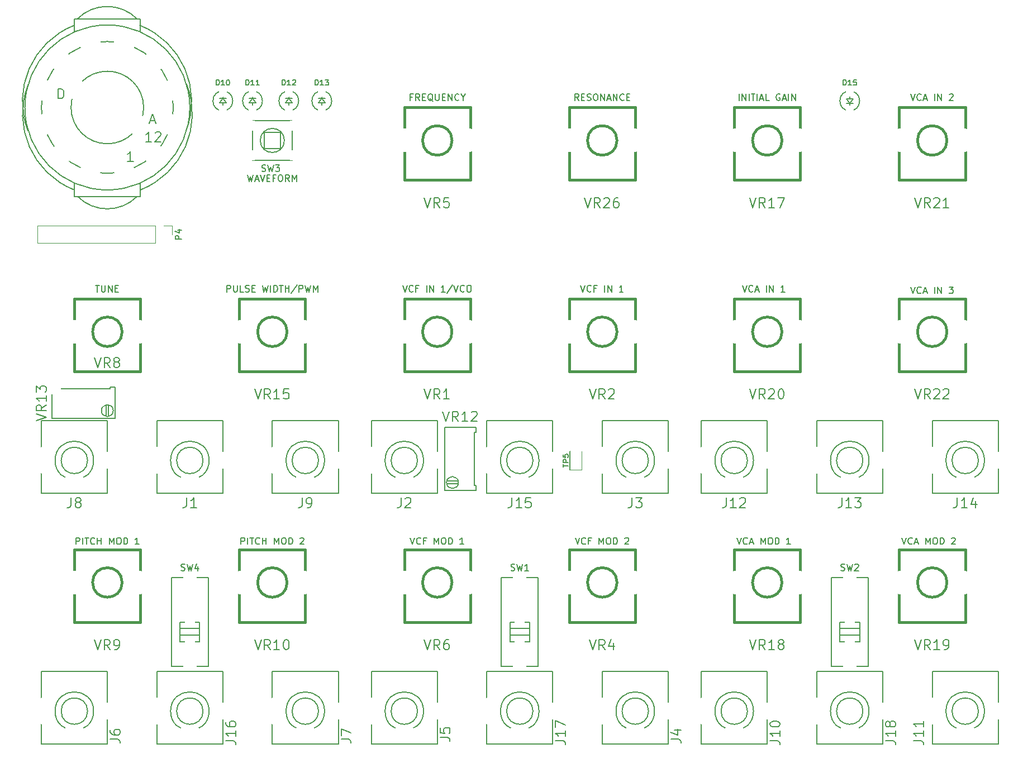
<source format=gto>
G04 #@! TF.FileFunction,Legend,Top*
%FSLAX46Y46*%
G04 Gerber Fmt 4.6, Leading zero omitted, Abs format (unit mm)*
G04 Created by KiCad (PCBNEW 4.0.2-stable) date 2017-11-28 12:51:50 PM*
%MOMM*%
G01*
G04 APERTURE LIST*
%ADD10C,0.200000*%
%ADD11C,0.150000*%
%ADD12C,0.120000*%
%ADD13C,0.381000*%
%ADD14C,0.152400*%
%ADD15C,1.370000*%
%ADD16O,2.600000X4.100000*%
%ADD17O,2.100000X2.600000*%
%ADD18O,3.600000X1.600000*%
%ADD19C,1.100000*%
%ADD20R,1.300000X1.300000*%
%ADD21C,1.300000*%
%ADD22R,1.800000X1.800000*%
%ADD23O,1.800000X1.800000*%
%ADD24C,1.624000*%
%ADD25R,2.100000X1.600000*%
%ADD26O,2.300000X1.500000*%
%ADD27O,2.350000X1.500000*%
%ADD28R,1.700000X2.900000*%
%ADD29C,1.900000*%
%ADD30O,2.900000X3.600000*%
%ADD31C,1.850000*%
G04 APERTURE END LIST*
D10*
D11*
X190904762Y-119202381D02*
X191238095Y-120202381D01*
X191571429Y-119202381D01*
X192476191Y-120107143D02*
X192428572Y-120154762D01*
X192285715Y-120202381D01*
X192190477Y-120202381D01*
X192047619Y-120154762D01*
X191952381Y-120059524D01*
X191904762Y-119964286D01*
X191857143Y-119773810D01*
X191857143Y-119630952D01*
X191904762Y-119440476D01*
X191952381Y-119345238D01*
X192047619Y-119250000D01*
X192190477Y-119202381D01*
X192285715Y-119202381D01*
X192428572Y-119250000D01*
X192476191Y-119297619D01*
X192857143Y-119916667D02*
X193333334Y-119916667D01*
X192761905Y-120202381D02*
X193095238Y-119202381D01*
X193428572Y-120202381D01*
X194523810Y-120202381D02*
X194523810Y-119202381D01*
X194857144Y-119916667D01*
X195190477Y-119202381D01*
X195190477Y-120202381D01*
X195857143Y-119202381D02*
X196047620Y-119202381D01*
X196142858Y-119250000D01*
X196238096Y-119345238D01*
X196285715Y-119535714D01*
X196285715Y-119869048D01*
X196238096Y-120059524D01*
X196142858Y-120154762D01*
X196047620Y-120202381D01*
X195857143Y-120202381D01*
X195761905Y-120154762D01*
X195666667Y-120059524D01*
X195619048Y-119869048D01*
X195619048Y-119535714D01*
X195666667Y-119345238D01*
X195761905Y-119250000D01*
X195857143Y-119202381D01*
X196714286Y-120202381D02*
X196714286Y-119202381D01*
X196952381Y-119202381D01*
X197095239Y-119250000D01*
X197190477Y-119345238D01*
X197238096Y-119440476D01*
X197285715Y-119630952D01*
X197285715Y-119773810D01*
X197238096Y-119964286D01*
X197190477Y-120059524D01*
X197095239Y-120154762D01*
X196952381Y-120202381D01*
X196714286Y-120202381D01*
X199000001Y-120202381D02*
X198428572Y-120202381D01*
X198714286Y-120202381D02*
X198714286Y-119202381D01*
X198619048Y-119345238D01*
X198523810Y-119440476D01*
X198428572Y-119488095D01*
X215904762Y-119202381D02*
X216238095Y-120202381D01*
X216571429Y-119202381D01*
X217476191Y-120107143D02*
X217428572Y-120154762D01*
X217285715Y-120202381D01*
X217190477Y-120202381D01*
X217047619Y-120154762D01*
X216952381Y-120059524D01*
X216904762Y-119964286D01*
X216857143Y-119773810D01*
X216857143Y-119630952D01*
X216904762Y-119440476D01*
X216952381Y-119345238D01*
X217047619Y-119250000D01*
X217190477Y-119202381D01*
X217285715Y-119202381D01*
X217428572Y-119250000D01*
X217476191Y-119297619D01*
X217857143Y-119916667D02*
X218333334Y-119916667D01*
X217761905Y-120202381D02*
X218095238Y-119202381D01*
X218428572Y-120202381D01*
X219523810Y-120202381D02*
X219523810Y-119202381D01*
X219857144Y-119916667D01*
X220190477Y-119202381D01*
X220190477Y-120202381D01*
X220857143Y-119202381D02*
X221047620Y-119202381D01*
X221142858Y-119250000D01*
X221238096Y-119345238D01*
X221285715Y-119535714D01*
X221285715Y-119869048D01*
X221238096Y-120059524D01*
X221142858Y-120154762D01*
X221047620Y-120202381D01*
X220857143Y-120202381D01*
X220761905Y-120154762D01*
X220666667Y-120059524D01*
X220619048Y-119869048D01*
X220619048Y-119535714D01*
X220666667Y-119345238D01*
X220761905Y-119250000D01*
X220857143Y-119202381D01*
X221714286Y-120202381D02*
X221714286Y-119202381D01*
X221952381Y-119202381D01*
X222095239Y-119250000D01*
X222190477Y-119345238D01*
X222238096Y-119440476D01*
X222285715Y-119630952D01*
X222285715Y-119773810D01*
X222238096Y-119964286D01*
X222190477Y-120059524D01*
X222095239Y-120154762D01*
X221952381Y-120202381D01*
X221714286Y-120202381D01*
X223428572Y-119297619D02*
X223476191Y-119250000D01*
X223571429Y-119202381D01*
X223809525Y-119202381D01*
X223904763Y-119250000D01*
X223952382Y-119297619D01*
X224000001Y-119392857D01*
X224000001Y-119488095D01*
X223952382Y-119630952D01*
X223380953Y-120202381D01*
X224000001Y-120202381D01*
X166404762Y-119202381D02*
X166738095Y-120202381D01*
X167071429Y-119202381D01*
X167976191Y-120107143D02*
X167928572Y-120154762D01*
X167785715Y-120202381D01*
X167690477Y-120202381D01*
X167547619Y-120154762D01*
X167452381Y-120059524D01*
X167404762Y-119964286D01*
X167357143Y-119773810D01*
X167357143Y-119630952D01*
X167404762Y-119440476D01*
X167452381Y-119345238D01*
X167547619Y-119250000D01*
X167690477Y-119202381D01*
X167785715Y-119202381D01*
X167928572Y-119250000D01*
X167976191Y-119297619D01*
X168738096Y-119678571D02*
X168404762Y-119678571D01*
X168404762Y-120202381D02*
X168404762Y-119202381D01*
X168880953Y-119202381D01*
X170023810Y-120202381D02*
X170023810Y-119202381D01*
X170357144Y-119916667D01*
X170690477Y-119202381D01*
X170690477Y-120202381D01*
X171357143Y-119202381D02*
X171547620Y-119202381D01*
X171642858Y-119250000D01*
X171738096Y-119345238D01*
X171785715Y-119535714D01*
X171785715Y-119869048D01*
X171738096Y-120059524D01*
X171642858Y-120154762D01*
X171547620Y-120202381D01*
X171357143Y-120202381D01*
X171261905Y-120154762D01*
X171166667Y-120059524D01*
X171119048Y-119869048D01*
X171119048Y-119535714D01*
X171166667Y-119345238D01*
X171261905Y-119250000D01*
X171357143Y-119202381D01*
X172214286Y-120202381D02*
X172214286Y-119202381D01*
X172452381Y-119202381D01*
X172595239Y-119250000D01*
X172690477Y-119345238D01*
X172738096Y-119440476D01*
X172785715Y-119630952D01*
X172785715Y-119773810D01*
X172738096Y-119964286D01*
X172690477Y-120059524D01*
X172595239Y-120154762D01*
X172452381Y-120202381D01*
X172214286Y-120202381D01*
X173928572Y-119297619D02*
X173976191Y-119250000D01*
X174071429Y-119202381D01*
X174309525Y-119202381D01*
X174404763Y-119250000D01*
X174452382Y-119297619D01*
X174500001Y-119392857D01*
X174500001Y-119488095D01*
X174452382Y-119630952D01*
X173880953Y-120202381D01*
X174500001Y-120202381D01*
X141404762Y-119202381D02*
X141738095Y-120202381D01*
X142071429Y-119202381D01*
X142976191Y-120107143D02*
X142928572Y-120154762D01*
X142785715Y-120202381D01*
X142690477Y-120202381D01*
X142547619Y-120154762D01*
X142452381Y-120059524D01*
X142404762Y-119964286D01*
X142357143Y-119773810D01*
X142357143Y-119630952D01*
X142404762Y-119440476D01*
X142452381Y-119345238D01*
X142547619Y-119250000D01*
X142690477Y-119202381D01*
X142785715Y-119202381D01*
X142928572Y-119250000D01*
X142976191Y-119297619D01*
X143738096Y-119678571D02*
X143404762Y-119678571D01*
X143404762Y-120202381D02*
X143404762Y-119202381D01*
X143880953Y-119202381D01*
X145023810Y-120202381D02*
X145023810Y-119202381D01*
X145357144Y-119916667D01*
X145690477Y-119202381D01*
X145690477Y-120202381D01*
X146357143Y-119202381D02*
X146547620Y-119202381D01*
X146642858Y-119250000D01*
X146738096Y-119345238D01*
X146785715Y-119535714D01*
X146785715Y-119869048D01*
X146738096Y-120059524D01*
X146642858Y-120154762D01*
X146547620Y-120202381D01*
X146357143Y-120202381D01*
X146261905Y-120154762D01*
X146166667Y-120059524D01*
X146119048Y-119869048D01*
X146119048Y-119535714D01*
X146166667Y-119345238D01*
X146261905Y-119250000D01*
X146357143Y-119202381D01*
X147214286Y-120202381D02*
X147214286Y-119202381D01*
X147452381Y-119202381D01*
X147595239Y-119250000D01*
X147690477Y-119345238D01*
X147738096Y-119440476D01*
X147785715Y-119630952D01*
X147785715Y-119773810D01*
X147738096Y-119964286D01*
X147690477Y-120059524D01*
X147595239Y-120154762D01*
X147452381Y-120202381D01*
X147214286Y-120202381D01*
X149500001Y-120202381D02*
X148928572Y-120202381D01*
X149214286Y-120202381D02*
X149214286Y-119202381D01*
X149119048Y-119345238D01*
X149023810Y-119440476D01*
X148928572Y-119488095D01*
X115761905Y-120202381D02*
X115761905Y-119202381D01*
X116142858Y-119202381D01*
X116238096Y-119250000D01*
X116285715Y-119297619D01*
X116333334Y-119392857D01*
X116333334Y-119535714D01*
X116285715Y-119630952D01*
X116238096Y-119678571D01*
X116142858Y-119726190D01*
X115761905Y-119726190D01*
X116761905Y-120202381D02*
X116761905Y-119202381D01*
X117095238Y-119202381D02*
X117666667Y-119202381D01*
X117380952Y-120202381D02*
X117380952Y-119202381D01*
X118571429Y-120107143D02*
X118523810Y-120154762D01*
X118380953Y-120202381D01*
X118285715Y-120202381D01*
X118142857Y-120154762D01*
X118047619Y-120059524D01*
X118000000Y-119964286D01*
X117952381Y-119773810D01*
X117952381Y-119630952D01*
X118000000Y-119440476D01*
X118047619Y-119345238D01*
X118142857Y-119250000D01*
X118285715Y-119202381D01*
X118380953Y-119202381D01*
X118523810Y-119250000D01*
X118571429Y-119297619D01*
X119000000Y-120202381D02*
X119000000Y-119202381D01*
X119000000Y-119678571D02*
X119571429Y-119678571D01*
X119571429Y-120202381D02*
X119571429Y-119202381D01*
X120809524Y-120202381D02*
X120809524Y-119202381D01*
X121142858Y-119916667D01*
X121476191Y-119202381D01*
X121476191Y-120202381D01*
X122142857Y-119202381D02*
X122333334Y-119202381D01*
X122428572Y-119250000D01*
X122523810Y-119345238D01*
X122571429Y-119535714D01*
X122571429Y-119869048D01*
X122523810Y-120059524D01*
X122428572Y-120154762D01*
X122333334Y-120202381D01*
X122142857Y-120202381D01*
X122047619Y-120154762D01*
X121952381Y-120059524D01*
X121904762Y-119869048D01*
X121904762Y-119535714D01*
X121952381Y-119345238D01*
X122047619Y-119250000D01*
X122142857Y-119202381D01*
X123000000Y-120202381D02*
X123000000Y-119202381D01*
X123238095Y-119202381D01*
X123380953Y-119250000D01*
X123476191Y-119345238D01*
X123523810Y-119440476D01*
X123571429Y-119630952D01*
X123571429Y-119773810D01*
X123523810Y-119964286D01*
X123476191Y-120059524D01*
X123380953Y-120154762D01*
X123238095Y-120202381D01*
X123000000Y-120202381D01*
X124714286Y-119297619D02*
X124761905Y-119250000D01*
X124857143Y-119202381D01*
X125095239Y-119202381D01*
X125190477Y-119250000D01*
X125238096Y-119297619D01*
X125285715Y-119392857D01*
X125285715Y-119488095D01*
X125238096Y-119630952D01*
X124666667Y-120202381D01*
X125285715Y-120202381D01*
X90761905Y-120202381D02*
X90761905Y-119202381D01*
X91142858Y-119202381D01*
X91238096Y-119250000D01*
X91285715Y-119297619D01*
X91333334Y-119392857D01*
X91333334Y-119535714D01*
X91285715Y-119630952D01*
X91238096Y-119678571D01*
X91142858Y-119726190D01*
X90761905Y-119726190D01*
X91761905Y-120202381D02*
X91761905Y-119202381D01*
X92095238Y-119202381D02*
X92666667Y-119202381D01*
X92380952Y-120202381D02*
X92380952Y-119202381D01*
X93571429Y-120107143D02*
X93523810Y-120154762D01*
X93380953Y-120202381D01*
X93285715Y-120202381D01*
X93142857Y-120154762D01*
X93047619Y-120059524D01*
X93000000Y-119964286D01*
X92952381Y-119773810D01*
X92952381Y-119630952D01*
X93000000Y-119440476D01*
X93047619Y-119345238D01*
X93142857Y-119250000D01*
X93285715Y-119202381D01*
X93380953Y-119202381D01*
X93523810Y-119250000D01*
X93571429Y-119297619D01*
X94000000Y-120202381D02*
X94000000Y-119202381D01*
X94000000Y-119678571D02*
X94571429Y-119678571D01*
X94571429Y-120202381D02*
X94571429Y-119202381D01*
X95809524Y-120202381D02*
X95809524Y-119202381D01*
X96142858Y-119916667D01*
X96476191Y-119202381D01*
X96476191Y-120202381D01*
X97142857Y-119202381D02*
X97333334Y-119202381D01*
X97428572Y-119250000D01*
X97523810Y-119345238D01*
X97571429Y-119535714D01*
X97571429Y-119869048D01*
X97523810Y-120059524D01*
X97428572Y-120154762D01*
X97333334Y-120202381D01*
X97142857Y-120202381D01*
X97047619Y-120154762D01*
X96952381Y-120059524D01*
X96904762Y-119869048D01*
X96904762Y-119535714D01*
X96952381Y-119345238D01*
X97047619Y-119250000D01*
X97142857Y-119202381D01*
X98000000Y-120202381D02*
X98000000Y-119202381D01*
X98238095Y-119202381D01*
X98380953Y-119250000D01*
X98476191Y-119345238D01*
X98523810Y-119440476D01*
X98571429Y-119630952D01*
X98571429Y-119773810D01*
X98523810Y-119964286D01*
X98476191Y-120059524D01*
X98380953Y-120154762D01*
X98238095Y-120202381D01*
X98000000Y-120202381D01*
X100285715Y-120202381D02*
X99714286Y-120202381D01*
X100000000Y-120202381D02*
X100000000Y-119202381D01*
X99904762Y-119345238D01*
X99809524Y-119440476D01*
X99714286Y-119488095D01*
X93714286Y-80952381D02*
X94285715Y-80952381D01*
X94000000Y-81952381D02*
X94000000Y-80952381D01*
X94619048Y-80952381D02*
X94619048Y-81761905D01*
X94666667Y-81857143D01*
X94714286Y-81904762D01*
X94809524Y-81952381D01*
X95000001Y-81952381D01*
X95095239Y-81904762D01*
X95142858Y-81857143D01*
X95190477Y-81761905D01*
X95190477Y-80952381D01*
X95666667Y-81952381D02*
X95666667Y-80952381D01*
X96238096Y-81952381D01*
X96238096Y-80952381D01*
X96714286Y-81428571D02*
X97047620Y-81428571D01*
X97190477Y-81952381D02*
X96714286Y-81952381D01*
X96714286Y-80952381D01*
X97190477Y-80952381D01*
X113619048Y-81952381D02*
X113619048Y-80952381D01*
X114000001Y-80952381D01*
X114095239Y-81000000D01*
X114142858Y-81047619D01*
X114190477Y-81142857D01*
X114190477Y-81285714D01*
X114142858Y-81380952D01*
X114095239Y-81428571D01*
X114000001Y-81476190D01*
X113619048Y-81476190D01*
X114619048Y-80952381D02*
X114619048Y-81761905D01*
X114666667Y-81857143D01*
X114714286Y-81904762D01*
X114809524Y-81952381D01*
X115000001Y-81952381D01*
X115095239Y-81904762D01*
X115142858Y-81857143D01*
X115190477Y-81761905D01*
X115190477Y-80952381D01*
X116142858Y-81952381D02*
X115666667Y-81952381D01*
X115666667Y-80952381D01*
X116428572Y-81904762D02*
X116571429Y-81952381D01*
X116809525Y-81952381D01*
X116904763Y-81904762D01*
X116952382Y-81857143D01*
X117000001Y-81761905D01*
X117000001Y-81666667D01*
X116952382Y-81571429D01*
X116904763Y-81523810D01*
X116809525Y-81476190D01*
X116619048Y-81428571D01*
X116523810Y-81380952D01*
X116476191Y-81333333D01*
X116428572Y-81238095D01*
X116428572Y-81142857D01*
X116476191Y-81047619D01*
X116523810Y-81000000D01*
X116619048Y-80952381D01*
X116857144Y-80952381D01*
X117000001Y-81000000D01*
X117428572Y-81428571D02*
X117761906Y-81428571D01*
X117904763Y-81952381D02*
X117428572Y-81952381D01*
X117428572Y-80952381D01*
X117904763Y-80952381D01*
X119000001Y-80952381D02*
X119238096Y-81952381D01*
X119428573Y-81238095D01*
X119619049Y-81952381D01*
X119857144Y-80952381D01*
X120238096Y-81952381D02*
X120238096Y-80952381D01*
X120714286Y-81952381D02*
X120714286Y-80952381D01*
X120952381Y-80952381D01*
X121095239Y-81000000D01*
X121190477Y-81095238D01*
X121238096Y-81190476D01*
X121285715Y-81380952D01*
X121285715Y-81523810D01*
X121238096Y-81714286D01*
X121190477Y-81809524D01*
X121095239Y-81904762D01*
X120952381Y-81952381D01*
X120714286Y-81952381D01*
X121571429Y-80952381D02*
X122142858Y-80952381D01*
X121857143Y-81952381D02*
X121857143Y-80952381D01*
X122476191Y-81952381D02*
X122476191Y-80952381D01*
X122476191Y-81428571D02*
X123047620Y-81428571D01*
X123047620Y-81952381D02*
X123047620Y-80952381D01*
X124238096Y-80904762D02*
X123380953Y-82190476D01*
X124571429Y-81952381D02*
X124571429Y-80952381D01*
X124952382Y-80952381D01*
X125047620Y-81000000D01*
X125095239Y-81047619D01*
X125142858Y-81142857D01*
X125142858Y-81285714D01*
X125095239Y-81380952D01*
X125047620Y-81428571D01*
X124952382Y-81476190D01*
X124571429Y-81476190D01*
X125476191Y-80952381D02*
X125714286Y-81952381D01*
X125904763Y-81238095D01*
X126095239Y-81952381D01*
X126333334Y-80952381D01*
X126714286Y-81952381D02*
X126714286Y-80952381D01*
X127047620Y-81666667D01*
X127380953Y-80952381D01*
X127380953Y-81952381D01*
X140261905Y-80952381D02*
X140595238Y-81952381D01*
X140928572Y-80952381D01*
X141833334Y-81857143D02*
X141785715Y-81904762D01*
X141642858Y-81952381D01*
X141547620Y-81952381D01*
X141404762Y-81904762D01*
X141309524Y-81809524D01*
X141261905Y-81714286D01*
X141214286Y-81523810D01*
X141214286Y-81380952D01*
X141261905Y-81190476D01*
X141309524Y-81095238D01*
X141404762Y-81000000D01*
X141547620Y-80952381D01*
X141642858Y-80952381D01*
X141785715Y-81000000D01*
X141833334Y-81047619D01*
X142595239Y-81428571D02*
X142261905Y-81428571D01*
X142261905Y-81952381D02*
X142261905Y-80952381D01*
X142738096Y-80952381D01*
X143880953Y-81952381D02*
X143880953Y-80952381D01*
X144357143Y-81952381D02*
X144357143Y-80952381D01*
X144928572Y-81952381D01*
X144928572Y-80952381D01*
X146690477Y-81952381D02*
X146119048Y-81952381D01*
X146404762Y-81952381D02*
X146404762Y-80952381D01*
X146309524Y-81095238D01*
X146214286Y-81190476D01*
X146119048Y-81238095D01*
X147833334Y-80904762D02*
X146976191Y-82190476D01*
X148023810Y-80952381D02*
X148357143Y-81952381D01*
X148690477Y-80952381D01*
X149595239Y-81857143D02*
X149547620Y-81904762D01*
X149404763Y-81952381D01*
X149309525Y-81952381D01*
X149166667Y-81904762D01*
X149071429Y-81809524D01*
X149023810Y-81714286D01*
X148976191Y-81523810D01*
X148976191Y-81380952D01*
X149023810Y-81190476D01*
X149071429Y-81095238D01*
X149166667Y-81000000D01*
X149309525Y-80952381D01*
X149404763Y-80952381D01*
X149547620Y-81000000D01*
X149595239Y-81047619D01*
X150214286Y-80952381D02*
X150404763Y-80952381D01*
X150500001Y-81000000D01*
X150595239Y-81095238D01*
X150642858Y-81285714D01*
X150642858Y-81619048D01*
X150595239Y-81809524D01*
X150500001Y-81904762D01*
X150404763Y-81952381D01*
X150214286Y-81952381D01*
X150119048Y-81904762D01*
X150023810Y-81809524D01*
X149976191Y-81619048D01*
X149976191Y-81285714D01*
X150023810Y-81095238D01*
X150119048Y-81000000D01*
X150214286Y-80952381D01*
X167238095Y-80952381D02*
X167571428Y-81952381D01*
X167904762Y-80952381D01*
X168809524Y-81857143D02*
X168761905Y-81904762D01*
X168619048Y-81952381D01*
X168523810Y-81952381D01*
X168380952Y-81904762D01*
X168285714Y-81809524D01*
X168238095Y-81714286D01*
X168190476Y-81523810D01*
X168190476Y-81380952D01*
X168238095Y-81190476D01*
X168285714Y-81095238D01*
X168380952Y-81000000D01*
X168523810Y-80952381D01*
X168619048Y-80952381D01*
X168761905Y-81000000D01*
X168809524Y-81047619D01*
X169571429Y-81428571D02*
X169238095Y-81428571D01*
X169238095Y-81952381D02*
X169238095Y-80952381D01*
X169714286Y-80952381D01*
X170857143Y-81952381D02*
X170857143Y-80952381D01*
X171333333Y-81952381D02*
X171333333Y-80952381D01*
X171904762Y-81952381D01*
X171904762Y-80952381D01*
X173666667Y-81952381D02*
X173095238Y-81952381D01*
X173380952Y-81952381D02*
X173380952Y-80952381D01*
X173285714Y-81095238D01*
X173190476Y-81190476D01*
X173095238Y-81238095D01*
X217238095Y-81202381D02*
X217571428Y-82202381D01*
X217904762Y-81202381D01*
X218809524Y-82107143D02*
X218761905Y-82154762D01*
X218619048Y-82202381D01*
X218523810Y-82202381D01*
X218380952Y-82154762D01*
X218285714Y-82059524D01*
X218238095Y-81964286D01*
X218190476Y-81773810D01*
X218190476Y-81630952D01*
X218238095Y-81440476D01*
X218285714Y-81345238D01*
X218380952Y-81250000D01*
X218523810Y-81202381D01*
X218619048Y-81202381D01*
X218761905Y-81250000D01*
X218809524Y-81297619D01*
X219190476Y-81916667D02*
X219666667Y-81916667D01*
X219095238Y-82202381D02*
X219428571Y-81202381D01*
X219761905Y-82202381D01*
X220857143Y-82202381D02*
X220857143Y-81202381D01*
X221333333Y-82202381D02*
X221333333Y-81202381D01*
X221904762Y-82202381D01*
X221904762Y-81202381D01*
X223047619Y-81202381D02*
X223666667Y-81202381D01*
X223333333Y-81583333D01*
X223476191Y-81583333D01*
X223571429Y-81630952D01*
X223619048Y-81678571D01*
X223666667Y-81773810D01*
X223666667Y-82011905D01*
X223619048Y-82107143D01*
X223571429Y-82154762D01*
X223476191Y-82202381D01*
X223190476Y-82202381D01*
X223095238Y-82154762D01*
X223047619Y-82107143D01*
X191738095Y-80952381D02*
X192071428Y-81952381D01*
X192404762Y-80952381D01*
X193309524Y-81857143D02*
X193261905Y-81904762D01*
X193119048Y-81952381D01*
X193023810Y-81952381D01*
X192880952Y-81904762D01*
X192785714Y-81809524D01*
X192738095Y-81714286D01*
X192690476Y-81523810D01*
X192690476Y-81380952D01*
X192738095Y-81190476D01*
X192785714Y-81095238D01*
X192880952Y-81000000D01*
X193023810Y-80952381D01*
X193119048Y-80952381D01*
X193261905Y-81000000D01*
X193309524Y-81047619D01*
X193690476Y-81666667D02*
X194166667Y-81666667D01*
X193595238Y-81952381D02*
X193928571Y-80952381D01*
X194261905Y-81952381D01*
X195357143Y-81952381D02*
X195357143Y-80952381D01*
X195833333Y-81952381D02*
X195833333Y-80952381D01*
X196404762Y-81952381D01*
X196404762Y-80952381D01*
X198166667Y-81952381D02*
X197595238Y-81952381D01*
X197880952Y-81952381D02*
X197880952Y-80952381D01*
X197785714Y-81095238D01*
X197690476Y-81190476D01*
X197595238Y-81238095D01*
X217238095Y-51952381D02*
X217571428Y-52952381D01*
X217904762Y-51952381D01*
X218809524Y-52857143D02*
X218761905Y-52904762D01*
X218619048Y-52952381D01*
X218523810Y-52952381D01*
X218380952Y-52904762D01*
X218285714Y-52809524D01*
X218238095Y-52714286D01*
X218190476Y-52523810D01*
X218190476Y-52380952D01*
X218238095Y-52190476D01*
X218285714Y-52095238D01*
X218380952Y-52000000D01*
X218523810Y-51952381D01*
X218619048Y-51952381D01*
X218761905Y-52000000D01*
X218809524Y-52047619D01*
X219190476Y-52666667D02*
X219666667Y-52666667D01*
X219095238Y-52952381D02*
X219428571Y-51952381D01*
X219761905Y-52952381D01*
X220857143Y-52952381D02*
X220857143Y-51952381D01*
X221333333Y-52952381D02*
X221333333Y-51952381D01*
X221904762Y-52952381D01*
X221904762Y-51952381D01*
X223095238Y-52047619D02*
X223142857Y-52000000D01*
X223238095Y-51952381D01*
X223476191Y-51952381D01*
X223571429Y-52000000D01*
X223619048Y-52047619D01*
X223666667Y-52142857D01*
X223666667Y-52238095D01*
X223619048Y-52380952D01*
X223047619Y-52952381D01*
X223666667Y-52952381D01*
X191214286Y-52952381D02*
X191214286Y-51952381D01*
X191690476Y-52952381D02*
X191690476Y-51952381D01*
X192261905Y-52952381D01*
X192261905Y-51952381D01*
X192738095Y-52952381D02*
X192738095Y-51952381D01*
X193071428Y-51952381D02*
X193642857Y-51952381D01*
X193357142Y-52952381D02*
X193357142Y-51952381D01*
X193976190Y-52952381D02*
X193976190Y-51952381D01*
X194404761Y-52666667D02*
X194880952Y-52666667D01*
X194309523Y-52952381D02*
X194642856Y-51952381D01*
X194976190Y-52952381D01*
X195785714Y-52952381D02*
X195309523Y-52952381D01*
X195309523Y-51952381D01*
X197404762Y-52000000D02*
X197309524Y-51952381D01*
X197166667Y-51952381D01*
X197023809Y-52000000D01*
X196928571Y-52095238D01*
X196880952Y-52190476D01*
X196833333Y-52380952D01*
X196833333Y-52523810D01*
X196880952Y-52714286D01*
X196928571Y-52809524D01*
X197023809Y-52904762D01*
X197166667Y-52952381D01*
X197261905Y-52952381D01*
X197404762Y-52904762D01*
X197452381Y-52857143D01*
X197452381Y-52523810D01*
X197261905Y-52523810D01*
X197833333Y-52666667D02*
X198309524Y-52666667D01*
X197738095Y-52952381D02*
X198071428Y-51952381D01*
X198404762Y-52952381D01*
X198738095Y-52952381D02*
X198738095Y-51952381D01*
X199214285Y-52952381D02*
X199214285Y-51952381D01*
X199785714Y-52952381D01*
X199785714Y-51952381D01*
X116738095Y-64202381D02*
X116976190Y-65202381D01*
X117166667Y-64488095D01*
X117357143Y-65202381D01*
X117595238Y-64202381D01*
X117928571Y-64916667D02*
X118404762Y-64916667D01*
X117833333Y-65202381D02*
X118166666Y-64202381D01*
X118500000Y-65202381D01*
X118690476Y-64202381D02*
X119023809Y-65202381D01*
X119357143Y-64202381D01*
X119690476Y-64678571D02*
X120023810Y-64678571D01*
X120166667Y-65202381D02*
X119690476Y-65202381D01*
X119690476Y-64202381D01*
X120166667Y-64202381D01*
X120928572Y-64678571D02*
X120595238Y-64678571D01*
X120595238Y-65202381D02*
X120595238Y-64202381D01*
X121071429Y-64202381D01*
X121642857Y-64202381D02*
X121833334Y-64202381D01*
X121928572Y-64250000D01*
X122023810Y-64345238D01*
X122071429Y-64535714D01*
X122071429Y-64869048D01*
X122023810Y-65059524D01*
X121928572Y-65154762D01*
X121833334Y-65202381D01*
X121642857Y-65202381D01*
X121547619Y-65154762D01*
X121452381Y-65059524D01*
X121404762Y-64869048D01*
X121404762Y-64535714D01*
X121452381Y-64345238D01*
X121547619Y-64250000D01*
X121642857Y-64202381D01*
X123071429Y-65202381D02*
X122738095Y-64726190D01*
X122500000Y-65202381D02*
X122500000Y-64202381D01*
X122880953Y-64202381D01*
X122976191Y-64250000D01*
X123023810Y-64297619D01*
X123071429Y-64392857D01*
X123071429Y-64535714D01*
X123023810Y-64630952D01*
X122976191Y-64678571D01*
X122880953Y-64726190D01*
X122500000Y-64726190D01*
X123500000Y-65202381D02*
X123500000Y-64202381D01*
X123833334Y-64916667D01*
X124166667Y-64202381D01*
X124166667Y-65202381D01*
X166928572Y-52952381D02*
X166595238Y-52476190D01*
X166357143Y-52952381D02*
X166357143Y-51952381D01*
X166738096Y-51952381D01*
X166833334Y-52000000D01*
X166880953Y-52047619D01*
X166928572Y-52142857D01*
X166928572Y-52285714D01*
X166880953Y-52380952D01*
X166833334Y-52428571D01*
X166738096Y-52476190D01*
X166357143Y-52476190D01*
X167357143Y-52428571D02*
X167690477Y-52428571D01*
X167833334Y-52952381D02*
X167357143Y-52952381D01*
X167357143Y-51952381D01*
X167833334Y-51952381D01*
X168214286Y-52904762D02*
X168357143Y-52952381D01*
X168595239Y-52952381D01*
X168690477Y-52904762D01*
X168738096Y-52857143D01*
X168785715Y-52761905D01*
X168785715Y-52666667D01*
X168738096Y-52571429D01*
X168690477Y-52523810D01*
X168595239Y-52476190D01*
X168404762Y-52428571D01*
X168309524Y-52380952D01*
X168261905Y-52333333D01*
X168214286Y-52238095D01*
X168214286Y-52142857D01*
X168261905Y-52047619D01*
X168309524Y-52000000D01*
X168404762Y-51952381D01*
X168642858Y-51952381D01*
X168785715Y-52000000D01*
X169404762Y-51952381D02*
X169595239Y-51952381D01*
X169690477Y-52000000D01*
X169785715Y-52095238D01*
X169833334Y-52285714D01*
X169833334Y-52619048D01*
X169785715Y-52809524D01*
X169690477Y-52904762D01*
X169595239Y-52952381D01*
X169404762Y-52952381D01*
X169309524Y-52904762D01*
X169214286Y-52809524D01*
X169166667Y-52619048D01*
X169166667Y-52285714D01*
X169214286Y-52095238D01*
X169309524Y-52000000D01*
X169404762Y-51952381D01*
X170261905Y-52952381D02*
X170261905Y-51952381D01*
X170833334Y-52952381D01*
X170833334Y-51952381D01*
X171261905Y-52666667D02*
X171738096Y-52666667D01*
X171166667Y-52952381D02*
X171500000Y-51952381D01*
X171833334Y-52952381D01*
X172166667Y-52952381D02*
X172166667Y-51952381D01*
X172738096Y-52952381D01*
X172738096Y-51952381D01*
X173785715Y-52857143D02*
X173738096Y-52904762D01*
X173595239Y-52952381D01*
X173500001Y-52952381D01*
X173357143Y-52904762D01*
X173261905Y-52809524D01*
X173214286Y-52714286D01*
X173166667Y-52523810D01*
X173166667Y-52380952D01*
X173214286Y-52190476D01*
X173261905Y-52095238D01*
X173357143Y-52000000D01*
X173500001Y-51952381D01*
X173595239Y-51952381D01*
X173738096Y-52000000D01*
X173785715Y-52047619D01*
X174214286Y-52428571D02*
X174547620Y-52428571D01*
X174690477Y-52952381D02*
X174214286Y-52952381D01*
X174214286Y-51952381D01*
X174690477Y-51952381D01*
X141738096Y-52428571D02*
X141404762Y-52428571D01*
X141404762Y-52952381D02*
X141404762Y-51952381D01*
X141880953Y-51952381D01*
X142833334Y-52952381D02*
X142500000Y-52476190D01*
X142261905Y-52952381D02*
X142261905Y-51952381D01*
X142642858Y-51952381D01*
X142738096Y-52000000D01*
X142785715Y-52047619D01*
X142833334Y-52142857D01*
X142833334Y-52285714D01*
X142785715Y-52380952D01*
X142738096Y-52428571D01*
X142642858Y-52476190D01*
X142261905Y-52476190D01*
X143261905Y-52428571D02*
X143595239Y-52428571D01*
X143738096Y-52952381D02*
X143261905Y-52952381D01*
X143261905Y-51952381D01*
X143738096Y-51952381D01*
X144833334Y-53047619D02*
X144738096Y-53000000D01*
X144642858Y-52904762D01*
X144500001Y-52761905D01*
X144404762Y-52714286D01*
X144309524Y-52714286D01*
X144357143Y-52952381D02*
X144261905Y-52904762D01*
X144166667Y-52809524D01*
X144119048Y-52619048D01*
X144119048Y-52285714D01*
X144166667Y-52095238D01*
X144261905Y-52000000D01*
X144357143Y-51952381D01*
X144547620Y-51952381D01*
X144642858Y-52000000D01*
X144738096Y-52095238D01*
X144785715Y-52285714D01*
X144785715Y-52619048D01*
X144738096Y-52809524D01*
X144642858Y-52904762D01*
X144547620Y-52952381D01*
X144357143Y-52952381D01*
X145214286Y-51952381D02*
X145214286Y-52761905D01*
X145261905Y-52857143D01*
X145309524Y-52904762D01*
X145404762Y-52952381D01*
X145595239Y-52952381D01*
X145690477Y-52904762D01*
X145738096Y-52857143D01*
X145785715Y-52761905D01*
X145785715Y-51952381D01*
X146261905Y-52428571D02*
X146595239Y-52428571D01*
X146738096Y-52952381D02*
X146261905Y-52952381D01*
X146261905Y-51952381D01*
X146738096Y-51952381D01*
X147166667Y-52952381D02*
X147166667Y-51952381D01*
X147738096Y-52952381D01*
X147738096Y-51952381D01*
X148785715Y-52857143D02*
X148738096Y-52904762D01*
X148595239Y-52952381D01*
X148500001Y-52952381D01*
X148357143Y-52904762D01*
X148261905Y-52809524D01*
X148214286Y-52714286D01*
X148166667Y-52523810D01*
X148166667Y-52380952D01*
X148214286Y-52190476D01*
X148261905Y-52095238D01*
X148357143Y-52000000D01*
X148500001Y-51952381D01*
X148595239Y-51952381D01*
X148738096Y-52000000D01*
X148785715Y-52047619D01*
X149404762Y-52476190D02*
X149404762Y-52952381D01*
X149071429Y-51952381D02*
X149404762Y-52476190D01*
X149738096Y-51952381D01*
X96400000Y-99950000D02*
G75*
G03X96400000Y-99950000I-900000J0D01*
G01*
X95300000Y-100750000D02*
X95300000Y-99150000D01*
X95700000Y-100750000D02*
X95700000Y-99150000D01*
X87100000Y-96350000D02*
X87900000Y-96350000D01*
X87900000Y-96350000D02*
X87900000Y-96650000D01*
X87900000Y-96650000D02*
X95900000Y-96650000D01*
X95900000Y-96650000D02*
X95900000Y-96350000D01*
X95900000Y-96350000D02*
X96700000Y-96350000D01*
X87100000Y-101150000D02*
X96700000Y-101150000D01*
X96700000Y-101150000D02*
X96700000Y-96350000D01*
X87100000Y-101150000D02*
X87100000Y-96350000D01*
X110915476Y-107500000D02*
G75*
G03X110915476Y-107500000I-2915476J0D01*
G01*
X113000000Y-112500000D02*
X103000000Y-112500000D01*
X103000000Y-112500000D02*
X103000000Y-101500000D01*
X103000000Y-101500000D02*
X113000000Y-101500000D01*
X113000000Y-101500000D02*
X113000000Y-112500000D01*
X110000000Y-107500000D02*
G75*
G03X110000000Y-107500000I-2000000J0D01*
G01*
X148700000Y-110850000D02*
G75*
G03X148700000Y-110850000I-900000J0D01*
G01*
X147000000Y-110650000D02*
X148600000Y-110650000D01*
X147000000Y-111050000D02*
X148600000Y-111050000D01*
X151400000Y-102450000D02*
X151400000Y-103250000D01*
X151400000Y-103250000D02*
X151100000Y-103250000D01*
X151100000Y-103250000D02*
X151100000Y-111250000D01*
X151100000Y-111250000D02*
X151400000Y-111250000D01*
X151400000Y-111250000D02*
X151400000Y-112050000D01*
X146600000Y-102450000D02*
X146600000Y-112050000D01*
X146600000Y-112050000D02*
X151400000Y-112050000D01*
X146600000Y-102450000D02*
X151400000Y-102450000D01*
X113000000Y-51700000D02*
X113000000Y-51500000D01*
X113000000Y-54200000D02*
X113000000Y-54500000D01*
X113000000Y-52600000D02*
X113000000Y-51700000D01*
X113000000Y-54200000D02*
X113000000Y-53300000D01*
X112500000Y-52600000D02*
X113500000Y-52600000D01*
X112500000Y-53300000D02*
X113500000Y-53300000D01*
X113500000Y-53300000D02*
X113000000Y-52600000D01*
X113000000Y-52600000D02*
X112500000Y-53300000D01*
X114500000Y-53000000D02*
G75*
G03X114500000Y-53000000I-1500000J0D01*
G01*
X117500000Y-51700000D02*
X117500000Y-51500000D01*
X117500000Y-54200000D02*
X117500000Y-54500000D01*
X117500000Y-52600000D02*
X117500000Y-51700000D01*
X117500000Y-54200000D02*
X117500000Y-53300000D01*
X117000000Y-52600000D02*
X118000000Y-52600000D01*
X117000000Y-53300000D02*
X118000000Y-53300000D01*
X118000000Y-53300000D02*
X117500000Y-52600000D01*
X117500000Y-52600000D02*
X117000000Y-53300000D01*
X119000000Y-53000000D02*
G75*
G03X119000000Y-53000000I-1500000J0D01*
G01*
X123000000Y-51700000D02*
X123000000Y-51500000D01*
X123000000Y-54200000D02*
X123000000Y-54500000D01*
X123000000Y-52600000D02*
X123000000Y-51700000D01*
X123000000Y-54200000D02*
X123000000Y-53300000D01*
X122500000Y-52600000D02*
X123500000Y-52600000D01*
X122500000Y-53300000D02*
X123500000Y-53300000D01*
X123500000Y-53300000D02*
X123000000Y-52600000D01*
X123000000Y-52600000D02*
X122500000Y-53300000D01*
X124500000Y-53000000D02*
G75*
G03X124500000Y-53000000I-1500000J0D01*
G01*
X128000000Y-51700000D02*
X128000000Y-51500000D01*
X128000000Y-54200000D02*
X128000000Y-54500000D01*
X128000000Y-52600000D02*
X128000000Y-51700000D01*
X128000000Y-54200000D02*
X128000000Y-53300000D01*
X127500000Y-52600000D02*
X128500000Y-52600000D01*
X127500000Y-53300000D02*
X128500000Y-53300000D01*
X128500000Y-53300000D02*
X128000000Y-52600000D01*
X128000000Y-52600000D02*
X127500000Y-53300000D01*
X129500000Y-53000000D02*
G75*
G03X129500000Y-53000000I-1500000J0D01*
G01*
X143415476Y-107500000D02*
G75*
G03X143415476Y-107500000I-2915476J0D01*
G01*
X145500000Y-112500000D02*
X135500000Y-112500000D01*
X135500000Y-112500000D02*
X135500000Y-101500000D01*
X135500000Y-101500000D02*
X145500000Y-101500000D01*
X145500000Y-101500000D02*
X145500000Y-112500000D01*
X142500000Y-107500000D02*
G75*
G03X142500000Y-107500000I-2000000J0D01*
G01*
X178415476Y-107500000D02*
G75*
G03X178415476Y-107500000I-2915476J0D01*
G01*
X180500000Y-112500000D02*
X170500000Y-112500000D01*
X170500000Y-112500000D02*
X170500000Y-101500000D01*
X170500000Y-101500000D02*
X180500000Y-101500000D01*
X180500000Y-101500000D02*
X180500000Y-112500000D01*
X177500000Y-107500000D02*
G75*
G03X177500000Y-107500000I-2000000J0D01*
G01*
X178415476Y-145500000D02*
G75*
G03X178415476Y-145500000I-2915476J0D01*
G01*
X180500000Y-150500000D02*
X170500000Y-150500000D01*
X170500000Y-150500000D02*
X170500000Y-139500000D01*
X170500000Y-139500000D02*
X180500000Y-139500000D01*
X180500000Y-139500000D02*
X180500000Y-150500000D01*
X177500000Y-145500000D02*
G75*
G03X177500000Y-145500000I-2000000J0D01*
G01*
X143415476Y-145500000D02*
G75*
G03X143415476Y-145500000I-2915476J0D01*
G01*
X145500000Y-150500000D02*
X135500000Y-150500000D01*
X135500000Y-150500000D02*
X135500000Y-139500000D01*
X135500000Y-139500000D02*
X145500000Y-139500000D01*
X145500000Y-139500000D02*
X145500000Y-150500000D01*
X142500000Y-145500000D02*
G75*
G03X142500000Y-145500000I-2000000J0D01*
G01*
X93415476Y-145500000D02*
G75*
G03X93415476Y-145500000I-2915476J0D01*
G01*
X95500000Y-150500000D02*
X85500000Y-150500000D01*
X85500000Y-150500000D02*
X85500000Y-139500000D01*
X85500000Y-139500000D02*
X95500000Y-139500000D01*
X95500000Y-139500000D02*
X95500000Y-150500000D01*
X92500000Y-145500000D02*
G75*
G03X92500000Y-145500000I-2000000J0D01*
G01*
X128415476Y-145500000D02*
G75*
G03X128415476Y-145500000I-2915476J0D01*
G01*
X130500000Y-150500000D02*
X120500000Y-150500000D01*
X120500000Y-150500000D02*
X120500000Y-139500000D01*
X120500000Y-139500000D02*
X130500000Y-139500000D01*
X130500000Y-139500000D02*
X130500000Y-150500000D01*
X127500000Y-145500000D02*
G75*
G03X127500000Y-145500000I-2000000J0D01*
G01*
X93415476Y-107500000D02*
G75*
G03X93415476Y-107500000I-2915476J0D01*
G01*
X95500000Y-112500000D02*
X85500000Y-112500000D01*
X85500000Y-112500000D02*
X85500000Y-101500000D01*
X85500000Y-101500000D02*
X95500000Y-101500000D01*
X95500000Y-101500000D02*
X95500000Y-112500000D01*
X92500000Y-107500000D02*
G75*
G03X92500000Y-107500000I-2000000J0D01*
G01*
X128415476Y-107500000D02*
G75*
G03X128415476Y-107500000I-2915476J0D01*
G01*
X130500000Y-112500000D02*
X120500000Y-112500000D01*
X120500000Y-112500000D02*
X120500000Y-101500000D01*
X120500000Y-101500000D02*
X130500000Y-101500000D01*
X130500000Y-101500000D02*
X130500000Y-112500000D01*
X127500000Y-107500000D02*
G75*
G03X127500000Y-107500000I-2000000J0D01*
G01*
X193415476Y-145500000D02*
G75*
G03X193415476Y-145500000I-2915476J0D01*
G01*
X195500000Y-150500000D02*
X185500000Y-150500000D01*
X185500000Y-150500000D02*
X185500000Y-139500000D01*
X185500000Y-139500000D02*
X195500000Y-139500000D01*
X195500000Y-139500000D02*
X195500000Y-150500000D01*
X192500000Y-145500000D02*
G75*
G03X192500000Y-145500000I-2000000J0D01*
G01*
X228415476Y-145500000D02*
G75*
G03X228415476Y-145500000I-2915476J0D01*
G01*
X230500000Y-150500000D02*
X220500000Y-150500000D01*
X220500000Y-150500000D02*
X220500000Y-139500000D01*
X220500000Y-139500000D02*
X230500000Y-139500000D01*
X230500000Y-139500000D02*
X230500000Y-150500000D01*
X227500000Y-145500000D02*
G75*
G03X227500000Y-145500000I-2000000J0D01*
G01*
X193415476Y-107500000D02*
G75*
G03X193415476Y-107500000I-2915476J0D01*
G01*
X195500000Y-112500000D02*
X185500000Y-112500000D01*
X185500000Y-112500000D02*
X185500000Y-101500000D01*
X185500000Y-101500000D02*
X195500000Y-101500000D01*
X195500000Y-101500000D02*
X195500000Y-112500000D01*
X192500000Y-107500000D02*
G75*
G03X192500000Y-107500000I-2000000J0D01*
G01*
X210915476Y-107500000D02*
G75*
G03X210915476Y-107500000I-2915476J0D01*
G01*
X213000000Y-112500000D02*
X203000000Y-112500000D01*
X203000000Y-112500000D02*
X203000000Y-101500000D01*
X203000000Y-101500000D02*
X213000000Y-101500000D01*
X213000000Y-101500000D02*
X213000000Y-112500000D01*
X210000000Y-107500000D02*
G75*
G03X210000000Y-107500000I-2000000J0D01*
G01*
X228415476Y-107500000D02*
G75*
G03X228415476Y-107500000I-2915476J0D01*
G01*
X230500000Y-112500000D02*
X220500000Y-112500000D01*
X220500000Y-112500000D02*
X220500000Y-101500000D01*
X220500000Y-101500000D02*
X230500000Y-101500000D01*
X230500000Y-101500000D02*
X230500000Y-112500000D01*
X227500000Y-107500000D02*
G75*
G03X227500000Y-107500000I-2000000J0D01*
G01*
X160915476Y-107500000D02*
G75*
G03X160915476Y-107500000I-2915476J0D01*
G01*
X163000000Y-112500000D02*
X153000000Y-112500000D01*
X153000000Y-112500000D02*
X153000000Y-101500000D01*
X153000000Y-101500000D02*
X163000000Y-101500000D01*
X163000000Y-101500000D02*
X163000000Y-112500000D01*
X160000000Y-107500000D02*
G75*
G03X160000000Y-107500000I-2000000J0D01*
G01*
X110915476Y-145500000D02*
G75*
G03X110915476Y-145500000I-2915476J0D01*
G01*
X113000000Y-150500000D02*
X103000000Y-150500000D01*
X103000000Y-150500000D02*
X103000000Y-139500000D01*
X103000000Y-139500000D02*
X113000000Y-139500000D01*
X113000000Y-139500000D02*
X113000000Y-150500000D01*
X110000000Y-145500000D02*
G75*
G03X110000000Y-145500000I-2000000J0D01*
G01*
X160915476Y-145500000D02*
G75*
G03X160915476Y-145500000I-2915476J0D01*
G01*
X163000000Y-150500000D02*
X153000000Y-150500000D01*
X153000000Y-150500000D02*
X153000000Y-139500000D01*
X153000000Y-139500000D02*
X163000000Y-139500000D01*
X163000000Y-139500000D02*
X163000000Y-150500000D01*
X160000000Y-145500000D02*
G75*
G03X160000000Y-145500000I-2000000J0D01*
G01*
X210915476Y-145500000D02*
G75*
G03X210915476Y-145500000I-2915476J0D01*
G01*
X213000000Y-150500000D02*
X203000000Y-150500000D01*
X203000000Y-150500000D02*
X203000000Y-139500000D01*
X203000000Y-139500000D02*
X213000000Y-139500000D01*
X213000000Y-139500000D02*
X213000000Y-150500000D01*
X210000000Y-145500000D02*
G75*
G03X210000000Y-145500000I-2000000J0D01*
G01*
X156500000Y-133000000D02*
X159500000Y-133000000D01*
X156500000Y-134000000D02*
X159500000Y-134000000D01*
X158000000Y-132000000D02*
X156500000Y-132000000D01*
X156500000Y-132000000D02*
X156500000Y-135000000D01*
X156500000Y-135000000D02*
X159500000Y-135000000D01*
X159500000Y-135000000D02*
X159500000Y-132000000D01*
X159500000Y-132000000D02*
X158000000Y-132000000D01*
X155200000Y-132000000D02*
X155200000Y-125300000D01*
X155200000Y-125250000D02*
X160800000Y-125250000D01*
X160800000Y-125300000D02*
X160800000Y-138700000D01*
X160800000Y-138750000D02*
X155200000Y-138750000D01*
X155200000Y-138700000D02*
X155200000Y-132000000D01*
X206500000Y-133000000D02*
X209500000Y-133000000D01*
X206500000Y-134000000D02*
X209500000Y-134000000D01*
X208000000Y-132000000D02*
X206500000Y-132000000D01*
X206500000Y-132000000D02*
X206500000Y-135000000D01*
X206500000Y-135000000D02*
X209500000Y-135000000D01*
X209500000Y-135000000D02*
X209500000Y-132000000D01*
X209500000Y-132000000D02*
X208000000Y-132000000D01*
X205200000Y-132000000D02*
X205200000Y-125300000D01*
X205200000Y-125250000D02*
X210800000Y-125250000D01*
X210800000Y-125300000D02*
X210800000Y-138700000D01*
X210800000Y-138750000D02*
X205200000Y-138750000D01*
X205200000Y-138700000D02*
X205200000Y-132000000D01*
X119250000Y-57750000D02*
X121750000Y-57750000D01*
X121750000Y-57750000D02*
X121750000Y-60250000D01*
X121750000Y-60250000D02*
X119250000Y-60250000D01*
X119250000Y-60250000D02*
X119250000Y-57750000D01*
X122320027Y-59000000D02*
G75*
G03X122320027Y-59000000I-1820027J0D01*
G01*
X117500000Y-56000000D02*
X123500000Y-56000000D01*
X123500000Y-56000000D02*
X123500000Y-62000000D01*
X123500000Y-62000000D02*
X117500000Y-62000000D01*
X117500000Y-62000000D02*
X117500000Y-56000000D01*
X167400000Y-108900000D02*
X167400000Y-106100000D01*
X165600000Y-108900000D02*
X165600000Y-106100000D01*
X165600000Y-106100000D02*
X167400000Y-106100000D01*
X167400000Y-108900000D02*
X165600000Y-108900000D01*
X106500000Y-133000000D02*
X109500000Y-133000000D01*
X106500000Y-134000000D02*
X109500000Y-134000000D01*
X108000000Y-132000000D02*
X106500000Y-132000000D01*
X106500000Y-132000000D02*
X106500000Y-135000000D01*
X106500000Y-135000000D02*
X109500000Y-135000000D01*
X109500000Y-135000000D02*
X109500000Y-132000000D01*
X109500000Y-132000000D02*
X108000000Y-132000000D01*
X105200000Y-132000000D02*
X105200000Y-125300000D01*
X105200000Y-125250000D02*
X110800000Y-125250000D01*
X110800000Y-125300000D02*
X110800000Y-138700000D01*
X110800000Y-138750000D02*
X105200000Y-138750000D01*
X105200000Y-138700000D02*
X105200000Y-132000000D01*
X101000000Y-54000000D02*
G75*
G03X101000000Y-54000000I-5500000J0D01*
G01*
X100480000Y-40550000D02*
X90480000Y-40550000D01*
X100480000Y-40550000D02*
X100480000Y-42550000D01*
X90480000Y-40550000D02*
X90480000Y-42550000D01*
X90980000Y-40550000D02*
G75*
G02X99980000Y-40550000I4500000J-4500000D01*
G01*
X83480000Y-57550000D02*
G75*
G02X90480000Y-41550000I11500000J4500000D01*
G01*
X107420000Y-57550000D02*
G75*
G03X100420000Y-41550000I-11500000J4500000D01*
G01*
X107520000Y-50490000D02*
G75*
G02X100520000Y-66490000I-11500000J-4500000D01*
G01*
X83500000Y-50500000D02*
G75*
G03X90500000Y-66500000I11500000J-4500000D01*
G01*
X91000000Y-67500000D02*
G75*
G03X100000000Y-67500000I4500000J4500000D01*
G01*
X90500000Y-67500000D02*
X90500000Y-65500000D01*
X100500000Y-67500000D02*
X100500000Y-65500000D01*
X100500000Y-67500000D02*
X90500000Y-67500000D01*
X108000000Y-54000000D02*
G75*
G03X108000000Y-54000000I-12500000J0D01*
G01*
X105500000Y-54000000D02*
G75*
G03X105500000Y-54000000I-10000000J0D01*
G01*
D12*
X84890000Y-71920000D02*
X84890000Y-74580000D01*
X102730000Y-71920000D02*
X84890000Y-71920000D01*
X102730000Y-74580000D02*
X84890000Y-74580000D01*
X102730000Y-71920000D02*
X102730000Y-74580000D01*
X104000000Y-71920000D02*
X105330000Y-71920000D01*
X105330000Y-71920000D02*
X105330000Y-73250000D01*
D13*
X147736068Y-88000000D02*
G75*
G03X147736068Y-88000000I-2236068J0D01*
G01*
X140500000Y-88000000D02*
X140500000Y-83000000D01*
X140500000Y-83000000D02*
X150500000Y-83000000D01*
X150500000Y-83000000D02*
X150500000Y-94000000D01*
X150500000Y-94000000D02*
X140500000Y-94000000D01*
X140500000Y-94000000D02*
X140500000Y-88000000D01*
X172736068Y-88000000D02*
G75*
G03X172736068Y-88000000I-2236068J0D01*
G01*
X165500000Y-88000000D02*
X165500000Y-83000000D01*
X165500000Y-83000000D02*
X175500000Y-83000000D01*
X175500000Y-83000000D02*
X175500000Y-94000000D01*
X175500000Y-94000000D02*
X165500000Y-94000000D01*
X165500000Y-94000000D02*
X165500000Y-88000000D01*
X172736068Y-126000000D02*
G75*
G03X172736068Y-126000000I-2236068J0D01*
G01*
X165500000Y-126000000D02*
X165500000Y-121000000D01*
X165500000Y-121000000D02*
X175500000Y-121000000D01*
X175500000Y-121000000D02*
X175500000Y-132000000D01*
X175500000Y-132000000D02*
X165500000Y-132000000D01*
X165500000Y-132000000D02*
X165500000Y-126000000D01*
X147736068Y-59000000D02*
G75*
G03X147736068Y-59000000I-2236068J0D01*
G01*
X140500000Y-59000000D02*
X140500000Y-54000000D01*
X140500000Y-54000000D02*
X150500000Y-54000000D01*
X150500000Y-54000000D02*
X150500000Y-65000000D01*
X150500000Y-65000000D02*
X140500000Y-65000000D01*
X140500000Y-65000000D02*
X140500000Y-59000000D01*
X147736068Y-126000000D02*
G75*
G03X147736068Y-126000000I-2236068J0D01*
G01*
X140500000Y-126000000D02*
X140500000Y-121000000D01*
X140500000Y-121000000D02*
X150500000Y-121000000D01*
X150500000Y-121000000D02*
X150500000Y-132000000D01*
X150500000Y-132000000D02*
X140500000Y-132000000D01*
X140500000Y-132000000D02*
X140500000Y-126000000D01*
X97736068Y-88000000D02*
G75*
G03X97736068Y-88000000I-2236068J0D01*
G01*
X90500000Y-88000000D02*
X90500000Y-83000000D01*
X90500000Y-83000000D02*
X100500000Y-83000000D01*
X100500000Y-83000000D02*
X100500000Y-94000000D01*
X100500000Y-94000000D02*
X90500000Y-94000000D01*
X90500000Y-94000000D02*
X90500000Y-88000000D01*
X97736068Y-126000000D02*
G75*
G03X97736068Y-126000000I-2236068J0D01*
G01*
X90500000Y-126000000D02*
X90500000Y-121000000D01*
X90500000Y-121000000D02*
X100500000Y-121000000D01*
X100500000Y-121000000D02*
X100500000Y-132000000D01*
X100500000Y-132000000D02*
X90500000Y-132000000D01*
X90500000Y-132000000D02*
X90500000Y-126000000D01*
X122736068Y-126000000D02*
G75*
G03X122736068Y-126000000I-2236068J0D01*
G01*
X115500000Y-126000000D02*
X115500000Y-121000000D01*
X115500000Y-121000000D02*
X125500000Y-121000000D01*
X125500000Y-121000000D02*
X125500000Y-132000000D01*
X125500000Y-132000000D02*
X115500000Y-132000000D01*
X115500000Y-132000000D02*
X115500000Y-126000000D01*
X122736068Y-88000000D02*
G75*
G03X122736068Y-88000000I-2236068J0D01*
G01*
X115500000Y-88000000D02*
X115500000Y-83000000D01*
X115500000Y-83000000D02*
X125500000Y-83000000D01*
X125500000Y-83000000D02*
X125500000Y-94000000D01*
X125500000Y-94000000D02*
X115500000Y-94000000D01*
X115500000Y-94000000D02*
X115500000Y-88000000D01*
X197736068Y-59000000D02*
G75*
G03X197736068Y-59000000I-2236068J0D01*
G01*
X190500000Y-59000000D02*
X190500000Y-54000000D01*
X190500000Y-54000000D02*
X200500000Y-54000000D01*
X200500000Y-54000000D02*
X200500000Y-65000000D01*
X200500000Y-65000000D02*
X190500000Y-65000000D01*
X190500000Y-65000000D02*
X190500000Y-59000000D01*
X197736068Y-126000000D02*
G75*
G03X197736068Y-126000000I-2236068J0D01*
G01*
X190500000Y-126000000D02*
X190500000Y-121000000D01*
X190500000Y-121000000D02*
X200500000Y-121000000D01*
X200500000Y-121000000D02*
X200500000Y-132000000D01*
X200500000Y-132000000D02*
X190500000Y-132000000D01*
X190500000Y-132000000D02*
X190500000Y-126000000D01*
X222736068Y-126000000D02*
G75*
G03X222736068Y-126000000I-2236068J0D01*
G01*
X215500000Y-126000000D02*
X215500000Y-121000000D01*
X215500000Y-121000000D02*
X225500000Y-121000000D01*
X225500000Y-121000000D02*
X225500000Y-132000000D01*
X225500000Y-132000000D02*
X215500000Y-132000000D01*
X215500000Y-132000000D02*
X215500000Y-126000000D01*
X197736068Y-88000000D02*
G75*
G03X197736068Y-88000000I-2236068J0D01*
G01*
X190500000Y-88000000D02*
X190500000Y-83000000D01*
X190500000Y-83000000D02*
X200500000Y-83000000D01*
X200500000Y-83000000D02*
X200500000Y-94000000D01*
X200500000Y-94000000D02*
X190500000Y-94000000D01*
X190500000Y-94000000D02*
X190500000Y-88000000D01*
X222736068Y-59000000D02*
G75*
G03X222736068Y-59000000I-2236068J0D01*
G01*
X215500000Y-59000000D02*
X215500000Y-54000000D01*
X215500000Y-54000000D02*
X225500000Y-54000000D01*
X225500000Y-54000000D02*
X225500000Y-65000000D01*
X225500000Y-65000000D02*
X215500000Y-65000000D01*
X215500000Y-65000000D02*
X215500000Y-59000000D01*
X222736068Y-88000000D02*
G75*
G03X222736068Y-88000000I-2236068J0D01*
G01*
X215500000Y-88000000D02*
X215500000Y-83000000D01*
X215500000Y-83000000D02*
X225500000Y-83000000D01*
X225500000Y-83000000D02*
X225500000Y-94000000D01*
X225500000Y-94000000D02*
X215500000Y-94000000D01*
X215500000Y-94000000D02*
X215500000Y-88000000D01*
X172736068Y-59000000D02*
G75*
G03X172736068Y-59000000I-2236068J0D01*
G01*
X165500000Y-59000000D02*
X165500000Y-54000000D01*
X165500000Y-54000000D02*
X175500000Y-54000000D01*
X175500000Y-54000000D02*
X175500000Y-65000000D01*
X175500000Y-65000000D02*
X165500000Y-65000000D01*
X165500000Y-65000000D02*
X165500000Y-59000000D01*
D11*
X208000000Y-54300000D02*
X208000000Y-54500000D01*
X208000000Y-51800000D02*
X208000000Y-51500000D01*
X208000000Y-53400000D02*
X208000000Y-54300000D01*
X208000000Y-51800000D02*
X208000000Y-52700000D01*
X208500000Y-53400000D02*
X207500000Y-53400000D01*
X208500000Y-52700000D02*
X207500000Y-52700000D01*
X207500000Y-52700000D02*
X208000000Y-53400000D01*
X208000000Y-53400000D02*
X208500000Y-52700000D01*
X209500000Y-53000000D02*
G75*
G03X209500000Y-53000000I-1500000J0D01*
G01*
X84728571Y-101428571D02*
X86228571Y-100928571D01*
X84728571Y-100428571D01*
X86228571Y-99071428D02*
X85514286Y-99571428D01*
X86228571Y-99928571D02*
X84728571Y-99928571D01*
X84728571Y-99357143D01*
X84800000Y-99214285D01*
X84871429Y-99142857D01*
X85014286Y-99071428D01*
X85228571Y-99071428D01*
X85371429Y-99142857D01*
X85442857Y-99214285D01*
X85514286Y-99357143D01*
X85514286Y-99928571D01*
X86228571Y-97642857D02*
X86228571Y-98500000D01*
X86228571Y-98071428D02*
X84728571Y-98071428D01*
X84942857Y-98214285D01*
X85085714Y-98357143D01*
X85157143Y-98500000D01*
X84728571Y-97142857D02*
X84728571Y-96214286D01*
X85300000Y-96714286D01*
X85300000Y-96500000D01*
X85371429Y-96357143D01*
X85442857Y-96285714D01*
X85585714Y-96214286D01*
X85942857Y-96214286D01*
X86085714Y-96285714D01*
X86157143Y-96357143D01*
X86228571Y-96500000D01*
X86228571Y-96928572D01*
X86157143Y-97071429D01*
X86085714Y-97142857D01*
X107500000Y-113178571D02*
X107500000Y-114250000D01*
X107428572Y-114464286D01*
X107285715Y-114607143D01*
X107071429Y-114678571D01*
X106928572Y-114678571D01*
X109000000Y-114678571D02*
X108142857Y-114678571D01*
X108571429Y-114678571D02*
X108571429Y-113178571D01*
X108428572Y-113392857D01*
X108285714Y-113535714D01*
X108142857Y-113607143D01*
X146321429Y-100078571D02*
X146821429Y-101578571D01*
X147321429Y-100078571D01*
X148678572Y-101578571D02*
X148178572Y-100864286D01*
X147821429Y-101578571D02*
X147821429Y-100078571D01*
X148392857Y-100078571D01*
X148535715Y-100150000D01*
X148607143Y-100221429D01*
X148678572Y-100364286D01*
X148678572Y-100578571D01*
X148607143Y-100721429D01*
X148535715Y-100792857D01*
X148392857Y-100864286D01*
X147821429Y-100864286D01*
X150107143Y-101578571D02*
X149250000Y-101578571D01*
X149678572Y-101578571D02*
X149678572Y-100078571D01*
X149535715Y-100292857D01*
X149392857Y-100435714D01*
X149250000Y-100507143D01*
X150678571Y-100221429D02*
X150750000Y-100150000D01*
X150892857Y-100078571D01*
X151250000Y-100078571D01*
X151392857Y-100150000D01*
X151464286Y-100221429D01*
X151535714Y-100364286D01*
X151535714Y-100507143D01*
X151464286Y-100721429D01*
X150607143Y-101578571D01*
X151535714Y-101578571D01*
X112013029Y-50617695D02*
X112013029Y-49804895D01*
X112206553Y-49804895D01*
X112322667Y-49843600D01*
X112400076Y-49921010D01*
X112438781Y-49998419D01*
X112477486Y-50153238D01*
X112477486Y-50269352D01*
X112438781Y-50424171D01*
X112400076Y-50501581D01*
X112322667Y-50578990D01*
X112206553Y-50617695D01*
X112013029Y-50617695D01*
X113251581Y-50617695D02*
X112787124Y-50617695D01*
X113019353Y-50617695D02*
X113019353Y-49804895D01*
X112941943Y-49921010D01*
X112864534Y-49998419D01*
X112787124Y-50037124D01*
X113754743Y-49804895D02*
X113832152Y-49804895D01*
X113909562Y-49843600D01*
X113948267Y-49882305D01*
X113986971Y-49959714D01*
X114025676Y-50114533D01*
X114025676Y-50308057D01*
X113986971Y-50462876D01*
X113948267Y-50540286D01*
X113909562Y-50578990D01*
X113832152Y-50617695D01*
X113754743Y-50617695D01*
X113677333Y-50578990D01*
X113638629Y-50540286D01*
X113599924Y-50462876D01*
X113561219Y-50308057D01*
X113561219Y-50114533D01*
X113599924Y-49959714D01*
X113638629Y-49882305D01*
X113677333Y-49843600D01*
X113754743Y-49804895D01*
X116513029Y-50617695D02*
X116513029Y-49804895D01*
X116706553Y-49804895D01*
X116822667Y-49843600D01*
X116900076Y-49921010D01*
X116938781Y-49998419D01*
X116977486Y-50153238D01*
X116977486Y-50269352D01*
X116938781Y-50424171D01*
X116900076Y-50501581D01*
X116822667Y-50578990D01*
X116706553Y-50617695D01*
X116513029Y-50617695D01*
X117751581Y-50617695D02*
X117287124Y-50617695D01*
X117519353Y-50617695D02*
X117519353Y-49804895D01*
X117441943Y-49921010D01*
X117364534Y-49998419D01*
X117287124Y-50037124D01*
X118525676Y-50617695D02*
X118061219Y-50617695D01*
X118293448Y-50617695D02*
X118293448Y-49804895D01*
X118216038Y-49921010D01*
X118138629Y-49998419D01*
X118061219Y-50037124D01*
X122013029Y-50617695D02*
X122013029Y-49804895D01*
X122206553Y-49804895D01*
X122322667Y-49843600D01*
X122400076Y-49921010D01*
X122438781Y-49998419D01*
X122477486Y-50153238D01*
X122477486Y-50269352D01*
X122438781Y-50424171D01*
X122400076Y-50501581D01*
X122322667Y-50578990D01*
X122206553Y-50617695D01*
X122013029Y-50617695D01*
X123251581Y-50617695D02*
X122787124Y-50617695D01*
X123019353Y-50617695D02*
X123019353Y-49804895D01*
X122941943Y-49921010D01*
X122864534Y-49998419D01*
X122787124Y-50037124D01*
X123561219Y-49882305D02*
X123599924Y-49843600D01*
X123677333Y-49804895D01*
X123870857Y-49804895D01*
X123948267Y-49843600D01*
X123986971Y-49882305D01*
X124025676Y-49959714D01*
X124025676Y-50037124D01*
X123986971Y-50153238D01*
X123522514Y-50617695D01*
X124025676Y-50617695D01*
X127013029Y-50617695D02*
X127013029Y-49804895D01*
X127206553Y-49804895D01*
X127322667Y-49843600D01*
X127400076Y-49921010D01*
X127438781Y-49998419D01*
X127477486Y-50153238D01*
X127477486Y-50269352D01*
X127438781Y-50424171D01*
X127400076Y-50501581D01*
X127322667Y-50578990D01*
X127206553Y-50617695D01*
X127013029Y-50617695D01*
X128251581Y-50617695D02*
X127787124Y-50617695D01*
X128019353Y-50617695D02*
X128019353Y-49804895D01*
X127941943Y-49921010D01*
X127864534Y-49998419D01*
X127787124Y-50037124D01*
X128522514Y-49804895D02*
X129025676Y-49804895D01*
X128754743Y-50114533D01*
X128870857Y-50114533D01*
X128948267Y-50153238D01*
X128986971Y-50191943D01*
X129025676Y-50269352D01*
X129025676Y-50462876D01*
X128986971Y-50540286D01*
X128948267Y-50578990D01*
X128870857Y-50617695D01*
X128638629Y-50617695D01*
X128561219Y-50578990D01*
X128522514Y-50540286D01*
X140000000Y-113178571D02*
X140000000Y-114250000D01*
X139928572Y-114464286D01*
X139785715Y-114607143D01*
X139571429Y-114678571D01*
X139428572Y-114678571D01*
X140642857Y-113321429D02*
X140714286Y-113250000D01*
X140857143Y-113178571D01*
X141214286Y-113178571D01*
X141357143Y-113250000D01*
X141428572Y-113321429D01*
X141500000Y-113464286D01*
X141500000Y-113607143D01*
X141428572Y-113821429D01*
X140571429Y-114678571D01*
X141500000Y-114678571D01*
X175000000Y-113178571D02*
X175000000Y-114250000D01*
X174928572Y-114464286D01*
X174785715Y-114607143D01*
X174571429Y-114678571D01*
X174428572Y-114678571D01*
X175571429Y-113178571D02*
X176500000Y-113178571D01*
X176000000Y-113750000D01*
X176214286Y-113750000D01*
X176357143Y-113821429D01*
X176428572Y-113892857D01*
X176500000Y-114035714D01*
X176500000Y-114392857D01*
X176428572Y-114535714D01*
X176357143Y-114607143D01*
X176214286Y-114678571D01*
X175785714Y-114678571D01*
X175642857Y-114607143D01*
X175571429Y-114535714D01*
X180928571Y-149750000D02*
X182000000Y-149750000D01*
X182214286Y-149821428D01*
X182357143Y-149964285D01*
X182428571Y-150178571D01*
X182428571Y-150321428D01*
X181428571Y-148392857D02*
X182428571Y-148392857D01*
X180857143Y-148750000D02*
X181928571Y-149107143D01*
X181928571Y-148178571D01*
X145928571Y-149500000D02*
X147000000Y-149500000D01*
X147214286Y-149571428D01*
X147357143Y-149714285D01*
X147428571Y-149928571D01*
X147428571Y-150071428D01*
X145928571Y-148071428D02*
X145928571Y-148785714D01*
X146642857Y-148857143D01*
X146571429Y-148785714D01*
X146500000Y-148642857D01*
X146500000Y-148285714D01*
X146571429Y-148142857D01*
X146642857Y-148071428D01*
X146785714Y-148000000D01*
X147142857Y-148000000D01*
X147285714Y-148071428D01*
X147357143Y-148142857D01*
X147428571Y-148285714D01*
X147428571Y-148642857D01*
X147357143Y-148785714D01*
X147285714Y-148857143D01*
X95928571Y-149750000D02*
X97000000Y-149750000D01*
X97214286Y-149821428D01*
X97357143Y-149964285D01*
X97428571Y-150178571D01*
X97428571Y-150321428D01*
X95928571Y-148392857D02*
X95928571Y-148678571D01*
X96000000Y-148821428D01*
X96071429Y-148892857D01*
X96285714Y-149035714D01*
X96571429Y-149107143D01*
X97142857Y-149107143D01*
X97285714Y-149035714D01*
X97357143Y-148964286D01*
X97428571Y-148821428D01*
X97428571Y-148535714D01*
X97357143Y-148392857D01*
X97285714Y-148321428D01*
X97142857Y-148250000D01*
X96785714Y-148250000D01*
X96642857Y-148321428D01*
X96571429Y-148392857D01*
X96500000Y-148535714D01*
X96500000Y-148821428D01*
X96571429Y-148964286D01*
X96642857Y-149035714D01*
X96785714Y-149107143D01*
X130928571Y-149750000D02*
X132000000Y-149750000D01*
X132214286Y-149821428D01*
X132357143Y-149964285D01*
X132428571Y-150178571D01*
X132428571Y-150321428D01*
X130928571Y-149178571D02*
X130928571Y-148178571D01*
X132428571Y-148821428D01*
X90000000Y-113178571D02*
X90000000Y-114250000D01*
X89928572Y-114464286D01*
X89785715Y-114607143D01*
X89571429Y-114678571D01*
X89428572Y-114678571D01*
X90928572Y-113821429D02*
X90785714Y-113750000D01*
X90714286Y-113678571D01*
X90642857Y-113535714D01*
X90642857Y-113464286D01*
X90714286Y-113321429D01*
X90785714Y-113250000D01*
X90928572Y-113178571D01*
X91214286Y-113178571D01*
X91357143Y-113250000D01*
X91428572Y-113321429D01*
X91500000Y-113464286D01*
X91500000Y-113535714D01*
X91428572Y-113678571D01*
X91357143Y-113750000D01*
X91214286Y-113821429D01*
X90928572Y-113821429D01*
X90785714Y-113892857D01*
X90714286Y-113964286D01*
X90642857Y-114107143D01*
X90642857Y-114392857D01*
X90714286Y-114535714D01*
X90785714Y-114607143D01*
X90928572Y-114678571D01*
X91214286Y-114678571D01*
X91357143Y-114607143D01*
X91428572Y-114535714D01*
X91500000Y-114392857D01*
X91500000Y-114107143D01*
X91428572Y-113964286D01*
X91357143Y-113892857D01*
X91214286Y-113821429D01*
X125000000Y-113178571D02*
X125000000Y-114250000D01*
X124928572Y-114464286D01*
X124785715Y-114607143D01*
X124571429Y-114678571D01*
X124428572Y-114678571D01*
X125785714Y-114678571D02*
X126071429Y-114678571D01*
X126214286Y-114607143D01*
X126285714Y-114535714D01*
X126428572Y-114321429D01*
X126500000Y-114035714D01*
X126500000Y-113464286D01*
X126428572Y-113321429D01*
X126357143Y-113250000D01*
X126214286Y-113178571D01*
X125928572Y-113178571D01*
X125785714Y-113250000D01*
X125714286Y-113321429D01*
X125642857Y-113464286D01*
X125642857Y-113821429D01*
X125714286Y-113964286D01*
X125785714Y-114035714D01*
X125928572Y-114107143D01*
X126214286Y-114107143D01*
X126357143Y-114035714D01*
X126428572Y-113964286D01*
X126500000Y-113821429D01*
X195928571Y-149964285D02*
X197000000Y-149964285D01*
X197214286Y-150035713D01*
X197357143Y-150178570D01*
X197428571Y-150392856D01*
X197428571Y-150535713D01*
X197428571Y-148464285D02*
X197428571Y-149321428D01*
X197428571Y-148892856D02*
X195928571Y-148892856D01*
X196142857Y-149035713D01*
X196285714Y-149178571D01*
X196357143Y-149321428D01*
X195928571Y-147535714D02*
X195928571Y-147392857D01*
X196000000Y-147250000D01*
X196071429Y-147178571D01*
X196214286Y-147107142D01*
X196500000Y-147035714D01*
X196857143Y-147035714D01*
X197142857Y-147107142D01*
X197285714Y-147178571D01*
X197357143Y-147250000D01*
X197428571Y-147392857D01*
X197428571Y-147535714D01*
X197357143Y-147678571D01*
X197285714Y-147750000D01*
X197142857Y-147821428D01*
X196857143Y-147892857D01*
X196500000Y-147892857D01*
X196214286Y-147821428D01*
X196071429Y-147750000D01*
X196000000Y-147678571D01*
X195928571Y-147535714D01*
X217678571Y-149964285D02*
X218750000Y-149964285D01*
X218964286Y-150035713D01*
X219107143Y-150178570D01*
X219178571Y-150392856D01*
X219178571Y-150535713D01*
X219178571Y-148464285D02*
X219178571Y-149321428D01*
X219178571Y-148892856D02*
X217678571Y-148892856D01*
X217892857Y-149035713D01*
X218035714Y-149178571D01*
X218107143Y-149321428D01*
X219178571Y-147035714D02*
X219178571Y-147892857D01*
X219178571Y-147464285D02*
X217678571Y-147464285D01*
X217892857Y-147607142D01*
X218035714Y-147750000D01*
X218107143Y-147892857D01*
X189285715Y-113178571D02*
X189285715Y-114250000D01*
X189214287Y-114464286D01*
X189071430Y-114607143D01*
X188857144Y-114678571D01*
X188714287Y-114678571D01*
X190785715Y-114678571D02*
X189928572Y-114678571D01*
X190357144Y-114678571D02*
X190357144Y-113178571D01*
X190214287Y-113392857D01*
X190071429Y-113535714D01*
X189928572Y-113607143D01*
X191357143Y-113321429D02*
X191428572Y-113250000D01*
X191571429Y-113178571D01*
X191928572Y-113178571D01*
X192071429Y-113250000D01*
X192142858Y-113321429D01*
X192214286Y-113464286D01*
X192214286Y-113607143D01*
X192142858Y-113821429D01*
X191285715Y-114678571D01*
X192214286Y-114678571D01*
X206785715Y-113178571D02*
X206785715Y-114250000D01*
X206714287Y-114464286D01*
X206571430Y-114607143D01*
X206357144Y-114678571D01*
X206214287Y-114678571D01*
X208285715Y-114678571D02*
X207428572Y-114678571D01*
X207857144Y-114678571D02*
X207857144Y-113178571D01*
X207714287Y-113392857D01*
X207571429Y-113535714D01*
X207428572Y-113607143D01*
X208785715Y-113178571D02*
X209714286Y-113178571D01*
X209214286Y-113750000D01*
X209428572Y-113750000D01*
X209571429Y-113821429D01*
X209642858Y-113892857D01*
X209714286Y-114035714D01*
X209714286Y-114392857D01*
X209642858Y-114535714D01*
X209571429Y-114607143D01*
X209428572Y-114678571D01*
X209000000Y-114678571D01*
X208857143Y-114607143D01*
X208785715Y-114535714D01*
X224285715Y-113178571D02*
X224285715Y-114250000D01*
X224214287Y-114464286D01*
X224071430Y-114607143D01*
X223857144Y-114678571D01*
X223714287Y-114678571D01*
X225785715Y-114678571D02*
X224928572Y-114678571D01*
X225357144Y-114678571D02*
X225357144Y-113178571D01*
X225214287Y-113392857D01*
X225071429Y-113535714D01*
X224928572Y-113607143D01*
X227071429Y-113678571D02*
X227071429Y-114678571D01*
X226714286Y-113107143D02*
X226357143Y-114178571D01*
X227285715Y-114178571D01*
X156785715Y-113178571D02*
X156785715Y-114250000D01*
X156714287Y-114464286D01*
X156571430Y-114607143D01*
X156357144Y-114678571D01*
X156214287Y-114678571D01*
X158285715Y-114678571D02*
X157428572Y-114678571D01*
X157857144Y-114678571D02*
X157857144Y-113178571D01*
X157714287Y-113392857D01*
X157571429Y-113535714D01*
X157428572Y-113607143D01*
X159642858Y-113178571D02*
X158928572Y-113178571D01*
X158857143Y-113892857D01*
X158928572Y-113821429D01*
X159071429Y-113750000D01*
X159428572Y-113750000D01*
X159571429Y-113821429D01*
X159642858Y-113892857D01*
X159714286Y-114035714D01*
X159714286Y-114392857D01*
X159642858Y-114535714D01*
X159571429Y-114607143D01*
X159428572Y-114678571D01*
X159071429Y-114678571D01*
X158928572Y-114607143D01*
X158857143Y-114535714D01*
X113428571Y-149964285D02*
X114500000Y-149964285D01*
X114714286Y-150035713D01*
X114857143Y-150178570D01*
X114928571Y-150392856D01*
X114928571Y-150535713D01*
X114928571Y-148464285D02*
X114928571Y-149321428D01*
X114928571Y-148892856D02*
X113428571Y-148892856D01*
X113642857Y-149035713D01*
X113785714Y-149178571D01*
X113857143Y-149321428D01*
X113428571Y-147178571D02*
X113428571Y-147464285D01*
X113500000Y-147607142D01*
X113571429Y-147678571D01*
X113785714Y-147821428D01*
X114071429Y-147892857D01*
X114642857Y-147892857D01*
X114785714Y-147821428D01*
X114857143Y-147750000D01*
X114928571Y-147607142D01*
X114928571Y-147321428D01*
X114857143Y-147178571D01*
X114785714Y-147107142D01*
X114642857Y-147035714D01*
X114285714Y-147035714D01*
X114142857Y-147107142D01*
X114071429Y-147178571D01*
X114000000Y-147321428D01*
X114000000Y-147607142D01*
X114071429Y-147750000D01*
X114142857Y-147821428D01*
X114285714Y-147892857D01*
X163428571Y-149964285D02*
X164500000Y-149964285D01*
X164714286Y-150035713D01*
X164857143Y-150178570D01*
X164928571Y-150392856D01*
X164928571Y-150535713D01*
X164928571Y-148464285D02*
X164928571Y-149321428D01*
X164928571Y-148892856D02*
X163428571Y-148892856D01*
X163642857Y-149035713D01*
X163785714Y-149178571D01*
X163857143Y-149321428D01*
X163428571Y-147964285D02*
X163428571Y-146964285D01*
X164928571Y-147607142D01*
X213428571Y-149964285D02*
X214500000Y-149964285D01*
X214714286Y-150035713D01*
X214857143Y-150178570D01*
X214928571Y-150392856D01*
X214928571Y-150535713D01*
X214928571Y-148464285D02*
X214928571Y-149321428D01*
X214928571Y-148892856D02*
X213428571Y-148892856D01*
X213642857Y-149035713D01*
X213785714Y-149178571D01*
X213857143Y-149321428D01*
X214071429Y-147607142D02*
X214000000Y-147750000D01*
X213928571Y-147821428D01*
X213785714Y-147892857D01*
X213714286Y-147892857D01*
X213571429Y-147821428D01*
X213500000Y-147750000D01*
X213428571Y-147607142D01*
X213428571Y-147321428D01*
X213500000Y-147178571D01*
X213571429Y-147107142D01*
X213714286Y-147035714D01*
X213785714Y-147035714D01*
X213928571Y-147107142D01*
X214000000Y-147178571D01*
X214071429Y-147321428D01*
X214071429Y-147607142D01*
X214142857Y-147750000D01*
X214214286Y-147821428D01*
X214357143Y-147892857D01*
X214642857Y-147892857D01*
X214785714Y-147821428D01*
X214857143Y-147750000D01*
X214928571Y-147607142D01*
X214928571Y-147321428D01*
X214857143Y-147178571D01*
X214785714Y-147107142D01*
X214642857Y-147035714D01*
X214357143Y-147035714D01*
X214214286Y-147107142D01*
X214142857Y-147178571D01*
X214071429Y-147321428D01*
X156666667Y-124154762D02*
X156809524Y-124202381D01*
X157047620Y-124202381D01*
X157142858Y-124154762D01*
X157190477Y-124107143D01*
X157238096Y-124011905D01*
X157238096Y-123916667D01*
X157190477Y-123821429D01*
X157142858Y-123773810D01*
X157047620Y-123726190D01*
X156857143Y-123678571D01*
X156761905Y-123630952D01*
X156714286Y-123583333D01*
X156666667Y-123488095D01*
X156666667Y-123392857D01*
X156714286Y-123297619D01*
X156761905Y-123250000D01*
X156857143Y-123202381D01*
X157095239Y-123202381D01*
X157238096Y-123250000D01*
X157571429Y-123202381D02*
X157809524Y-124202381D01*
X158000001Y-123488095D01*
X158190477Y-124202381D01*
X158428572Y-123202381D01*
X159333334Y-124202381D02*
X158761905Y-124202381D01*
X159047619Y-124202381D02*
X159047619Y-123202381D01*
X158952381Y-123345238D01*
X158857143Y-123440476D01*
X158761905Y-123488095D01*
X206666667Y-124154762D02*
X206809524Y-124202381D01*
X207047620Y-124202381D01*
X207142858Y-124154762D01*
X207190477Y-124107143D01*
X207238096Y-124011905D01*
X207238096Y-123916667D01*
X207190477Y-123821429D01*
X207142858Y-123773810D01*
X207047620Y-123726190D01*
X206857143Y-123678571D01*
X206761905Y-123630952D01*
X206714286Y-123583333D01*
X206666667Y-123488095D01*
X206666667Y-123392857D01*
X206714286Y-123297619D01*
X206761905Y-123250000D01*
X206857143Y-123202381D01*
X207095239Y-123202381D01*
X207238096Y-123250000D01*
X207571429Y-123202381D02*
X207809524Y-124202381D01*
X208000001Y-123488095D01*
X208190477Y-124202381D01*
X208428572Y-123202381D01*
X208761905Y-123297619D02*
X208809524Y-123250000D01*
X208904762Y-123202381D01*
X209142858Y-123202381D01*
X209238096Y-123250000D01*
X209285715Y-123297619D01*
X209333334Y-123392857D01*
X209333334Y-123488095D01*
X209285715Y-123630952D01*
X208714286Y-124202381D01*
X209333334Y-124202381D01*
X118916667Y-63654762D02*
X119059524Y-63702381D01*
X119297620Y-63702381D01*
X119392858Y-63654762D01*
X119440477Y-63607143D01*
X119488096Y-63511905D01*
X119488096Y-63416667D01*
X119440477Y-63321429D01*
X119392858Y-63273810D01*
X119297620Y-63226190D01*
X119107143Y-63178571D01*
X119011905Y-63130952D01*
X118964286Y-63083333D01*
X118916667Y-62988095D01*
X118916667Y-62892857D01*
X118964286Y-62797619D01*
X119011905Y-62750000D01*
X119107143Y-62702381D01*
X119345239Y-62702381D01*
X119488096Y-62750000D01*
X119821429Y-62702381D02*
X120059524Y-63702381D01*
X120250001Y-62988095D01*
X120440477Y-63702381D01*
X120678572Y-62702381D01*
X120964286Y-62702381D02*
X121583334Y-62702381D01*
X121250000Y-63083333D01*
X121392858Y-63083333D01*
X121488096Y-63130952D01*
X121535715Y-63178571D01*
X121583334Y-63273810D01*
X121583334Y-63511905D01*
X121535715Y-63607143D01*
X121488096Y-63654762D01*
X121392858Y-63702381D01*
X121107143Y-63702381D01*
X121011905Y-63654762D01*
X120964286Y-63607143D01*
D14*
X164554895Y-108525675D02*
X164554895Y-108061218D01*
X165367695Y-108293447D02*
X164554895Y-108293447D01*
X165367695Y-107790285D02*
X164554895Y-107790285D01*
X164554895Y-107480647D01*
X164593600Y-107403238D01*
X164632305Y-107364533D01*
X164709714Y-107325828D01*
X164825829Y-107325828D01*
X164903238Y-107364533D01*
X164941943Y-107403238D01*
X164980648Y-107480647D01*
X164980648Y-107790285D01*
X164554895Y-106590438D02*
X164554895Y-106977485D01*
X164941943Y-107016190D01*
X164903238Y-106977485D01*
X164864533Y-106900076D01*
X164864533Y-106706552D01*
X164903238Y-106629142D01*
X164941943Y-106590438D01*
X165019352Y-106551733D01*
X165212876Y-106551733D01*
X165290286Y-106590438D01*
X165328990Y-106629142D01*
X165367695Y-106706552D01*
X165367695Y-106900076D01*
X165328990Y-106977485D01*
X165290286Y-107016190D01*
D11*
X106666667Y-124154762D02*
X106809524Y-124202381D01*
X107047620Y-124202381D01*
X107142858Y-124154762D01*
X107190477Y-124107143D01*
X107238096Y-124011905D01*
X107238096Y-123916667D01*
X107190477Y-123821429D01*
X107142858Y-123773810D01*
X107047620Y-123726190D01*
X106857143Y-123678571D01*
X106761905Y-123630952D01*
X106714286Y-123583333D01*
X106666667Y-123488095D01*
X106666667Y-123392857D01*
X106714286Y-123297619D01*
X106761905Y-123250000D01*
X106857143Y-123202381D01*
X107095239Y-123202381D01*
X107238096Y-123250000D01*
X107571429Y-123202381D02*
X107809524Y-124202381D01*
X108000001Y-123488095D01*
X108190477Y-124202381D01*
X108428572Y-123202381D01*
X109238096Y-123535714D02*
X109238096Y-124202381D01*
X109000000Y-123154762D02*
X108761905Y-123869048D01*
X109380953Y-123869048D01*
X102214286Y-59178571D02*
X101357143Y-59178571D01*
X101785715Y-59178571D02*
X101785715Y-57678571D01*
X101642858Y-57892857D01*
X101500000Y-58035714D01*
X101357143Y-58107143D01*
X102785714Y-57821429D02*
X102857143Y-57750000D01*
X103000000Y-57678571D01*
X103357143Y-57678571D01*
X103500000Y-57750000D01*
X103571429Y-57821429D01*
X103642857Y-57964286D01*
X103642857Y-58107143D01*
X103571429Y-58321429D01*
X102714286Y-59178571D01*
X103642857Y-59178571D01*
X99428572Y-62178571D02*
X98571429Y-62178571D01*
X99000001Y-62178571D02*
X99000001Y-60678571D01*
X98857144Y-60892857D01*
X98714286Y-61035714D01*
X98571429Y-61107143D01*
X88067143Y-52648571D02*
X88067143Y-51148571D01*
X88424286Y-51148571D01*
X88638571Y-51220000D01*
X88781429Y-51362857D01*
X88852857Y-51505714D01*
X88924286Y-51791429D01*
X88924286Y-52005714D01*
X88852857Y-52291429D01*
X88781429Y-52434286D01*
X88638571Y-52577143D01*
X88424286Y-52648571D01*
X88067143Y-52648571D01*
X102002857Y-56020000D02*
X102717143Y-56020000D01*
X101860000Y-56448571D02*
X102360000Y-54948571D01*
X102860000Y-56448571D01*
X106782381Y-73988095D02*
X105782381Y-73988095D01*
X105782381Y-73607142D01*
X105830000Y-73511904D01*
X105877619Y-73464285D01*
X105972857Y-73416666D01*
X106115714Y-73416666D01*
X106210952Y-73464285D01*
X106258571Y-73511904D01*
X106306190Y-73607142D01*
X106306190Y-73988095D01*
X106115714Y-72559523D02*
X106782381Y-72559523D01*
X105734762Y-72797619D02*
X106449048Y-73035714D01*
X106449048Y-72416666D01*
X143535715Y-96678571D02*
X144035715Y-98178571D01*
X144535715Y-96678571D01*
X145892858Y-98178571D02*
X145392858Y-97464286D01*
X145035715Y-98178571D02*
X145035715Y-96678571D01*
X145607143Y-96678571D01*
X145750001Y-96750000D01*
X145821429Y-96821429D01*
X145892858Y-96964286D01*
X145892858Y-97178571D01*
X145821429Y-97321429D01*
X145750001Y-97392857D01*
X145607143Y-97464286D01*
X145035715Y-97464286D01*
X147321429Y-98178571D02*
X146464286Y-98178571D01*
X146892858Y-98178571D02*
X146892858Y-96678571D01*
X146750001Y-96892857D01*
X146607143Y-97035714D01*
X146464286Y-97107143D01*
X168535715Y-96678571D02*
X169035715Y-98178571D01*
X169535715Y-96678571D01*
X170892858Y-98178571D02*
X170392858Y-97464286D01*
X170035715Y-98178571D02*
X170035715Y-96678571D01*
X170607143Y-96678571D01*
X170750001Y-96750000D01*
X170821429Y-96821429D01*
X170892858Y-96964286D01*
X170892858Y-97178571D01*
X170821429Y-97321429D01*
X170750001Y-97392857D01*
X170607143Y-97464286D01*
X170035715Y-97464286D01*
X171464286Y-96821429D02*
X171535715Y-96750000D01*
X171678572Y-96678571D01*
X172035715Y-96678571D01*
X172178572Y-96750000D01*
X172250001Y-96821429D01*
X172321429Y-96964286D01*
X172321429Y-97107143D01*
X172250001Y-97321429D01*
X171392858Y-98178571D01*
X172321429Y-98178571D01*
X168535715Y-134678571D02*
X169035715Y-136178571D01*
X169535715Y-134678571D01*
X170892858Y-136178571D02*
X170392858Y-135464286D01*
X170035715Y-136178571D02*
X170035715Y-134678571D01*
X170607143Y-134678571D01*
X170750001Y-134750000D01*
X170821429Y-134821429D01*
X170892858Y-134964286D01*
X170892858Y-135178571D01*
X170821429Y-135321429D01*
X170750001Y-135392857D01*
X170607143Y-135464286D01*
X170035715Y-135464286D01*
X172178572Y-135178571D02*
X172178572Y-136178571D01*
X171821429Y-134607143D02*
X171464286Y-135678571D01*
X172392858Y-135678571D01*
X143535715Y-67678571D02*
X144035715Y-69178571D01*
X144535715Y-67678571D01*
X145892858Y-69178571D02*
X145392858Y-68464286D01*
X145035715Y-69178571D02*
X145035715Y-67678571D01*
X145607143Y-67678571D01*
X145750001Y-67750000D01*
X145821429Y-67821429D01*
X145892858Y-67964286D01*
X145892858Y-68178571D01*
X145821429Y-68321429D01*
X145750001Y-68392857D01*
X145607143Y-68464286D01*
X145035715Y-68464286D01*
X147250001Y-67678571D02*
X146535715Y-67678571D01*
X146464286Y-68392857D01*
X146535715Y-68321429D01*
X146678572Y-68250000D01*
X147035715Y-68250000D01*
X147178572Y-68321429D01*
X147250001Y-68392857D01*
X147321429Y-68535714D01*
X147321429Y-68892857D01*
X147250001Y-69035714D01*
X147178572Y-69107143D01*
X147035715Y-69178571D01*
X146678572Y-69178571D01*
X146535715Y-69107143D01*
X146464286Y-69035714D01*
X143535715Y-134678571D02*
X144035715Y-136178571D01*
X144535715Y-134678571D01*
X145892858Y-136178571D02*
X145392858Y-135464286D01*
X145035715Y-136178571D02*
X145035715Y-134678571D01*
X145607143Y-134678571D01*
X145750001Y-134750000D01*
X145821429Y-134821429D01*
X145892858Y-134964286D01*
X145892858Y-135178571D01*
X145821429Y-135321429D01*
X145750001Y-135392857D01*
X145607143Y-135464286D01*
X145035715Y-135464286D01*
X147178572Y-134678571D02*
X146892858Y-134678571D01*
X146750001Y-134750000D01*
X146678572Y-134821429D01*
X146535715Y-135035714D01*
X146464286Y-135321429D01*
X146464286Y-135892857D01*
X146535715Y-136035714D01*
X146607143Y-136107143D01*
X146750001Y-136178571D01*
X147035715Y-136178571D01*
X147178572Y-136107143D01*
X147250001Y-136035714D01*
X147321429Y-135892857D01*
X147321429Y-135535714D01*
X147250001Y-135392857D01*
X147178572Y-135321429D01*
X147035715Y-135250000D01*
X146750001Y-135250000D01*
X146607143Y-135321429D01*
X146535715Y-135392857D01*
X146464286Y-135535714D01*
X93535715Y-91928571D02*
X94035715Y-93428571D01*
X94535715Y-91928571D01*
X95892858Y-93428571D02*
X95392858Y-92714286D01*
X95035715Y-93428571D02*
X95035715Y-91928571D01*
X95607143Y-91928571D01*
X95750001Y-92000000D01*
X95821429Y-92071429D01*
X95892858Y-92214286D01*
X95892858Y-92428571D01*
X95821429Y-92571429D01*
X95750001Y-92642857D01*
X95607143Y-92714286D01*
X95035715Y-92714286D01*
X96750001Y-92571429D02*
X96607143Y-92500000D01*
X96535715Y-92428571D01*
X96464286Y-92285714D01*
X96464286Y-92214286D01*
X96535715Y-92071429D01*
X96607143Y-92000000D01*
X96750001Y-91928571D01*
X97035715Y-91928571D01*
X97178572Y-92000000D01*
X97250001Y-92071429D01*
X97321429Y-92214286D01*
X97321429Y-92285714D01*
X97250001Y-92428571D01*
X97178572Y-92500000D01*
X97035715Y-92571429D01*
X96750001Y-92571429D01*
X96607143Y-92642857D01*
X96535715Y-92714286D01*
X96464286Y-92857143D01*
X96464286Y-93142857D01*
X96535715Y-93285714D01*
X96607143Y-93357143D01*
X96750001Y-93428571D01*
X97035715Y-93428571D01*
X97178572Y-93357143D01*
X97250001Y-93285714D01*
X97321429Y-93142857D01*
X97321429Y-92857143D01*
X97250001Y-92714286D01*
X97178572Y-92642857D01*
X97035715Y-92571429D01*
X93535715Y-134678571D02*
X94035715Y-136178571D01*
X94535715Y-134678571D01*
X95892858Y-136178571D02*
X95392858Y-135464286D01*
X95035715Y-136178571D02*
X95035715Y-134678571D01*
X95607143Y-134678571D01*
X95750001Y-134750000D01*
X95821429Y-134821429D01*
X95892858Y-134964286D01*
X95892858Y-135178571D01*
X95821429Y-135321429D01*
X95750001Y-135392857D01*
X95607143Y-135464286D01*
X95035715Y-135464286D01*
X96607143Y-136178571D02*
X96892858Y-136178571D01*
X97035715Y-136107143D01*
X97107143Y-136035714D01*
X97250001Y-135821429D01*
X97321429Y-135535714D01*
X97321429Y-134964286D01*
X97250001Y-134821429D01*
X97178572Y-134750000D01*
X97035715Y-134678571D01*
X96750001Y-134678571D01*
X96607143Y-134750000D01*
X96535715Y-134821429D01*
X96464286Y-134964286D01*
X96464286Y-135321429D01*
X96535715Y-135464286D01*
X96607143Y-135535714D01*
X96750001Y-135607143D01*
X97035715Y-135607143D01*
X97178572Y-135535714D01*
X97250001Y-135464286D01*
X97321429Y-135321429D01*
X117821429Y-134678571D02*
X118321429Y-136178571D01*
X118821429Y-134678571D01*
X120178572Y-136178571D02*
X119678572Y-135464286D01*
X119321429Y-136178571D02*
X119321429Y-134678571D01*
X119892857Y-134678571D01*
X120035715Y-134750000D01*
X120107143Y-134821429D01*
X120178572Y-134964286D01*
X120178572Y-135178571D01*
X120107143Y-135321429D01*
X120035715Y-135392857D01*
X119892857Y-135464286D01*
X119321429Y-135464286D01*
X121607143Y-136178571D02*
X120750000Y-136178571D01*
X121178572Y-136178571D02*
X121178572Y-134678571D01*
X121035715Y-134892857D01*
X120892857Y-135035714D01*
X120750000Y-135107143D01*
X122535714Y-134678571D02*
X122678571Y-134678571D01*
X122821428Y-134750000D01*
X122892857Y-134821429D01*
X122964286Y-134964286D01*
X123035714Y-135250000D01*
X123035714Y-135607143D01*
X122964286Y-135892857D01*
X122892857Y-136035714D01*
X122821428Y-136107143D01*
X122678571Y-136178571D01*
X122535714Y-136178571D01*
X122392857Y-136107143D01*
X122321428Y-136035714D01*
X122250000Y-135892857D01*
X122178571Y-135607143D01*
X122178571Y-135250000D01*
X122250000Y-134964286D01*
X122321428Y-134821429D01*
X122392857Y-134750000D01*
X122535714Y-134678571D01*
X117821429Y-96678571D02*
X118321429Y-98178571D01*
X118821429Y-96678571D01*
X120178572Y-98178571D02*
X119678572Y-97464286D01*
X119321429Y-98178571D02*
X119321429Y-96678571D01*
X119892857Y-96678571D01*
X120035715Y-96750000D01*
X120107143Y-96821429D01*
X120178572Y-96964286D01*
X120178572Y-97178571D01*
X120107143Y-97321429D01*
X120035715Y-97392857D01*
X119892857Y-97464286D01*
X119321429Y-97464286D01*
X121607143Y-98178571D02*
X120750000Y-98178571D01*
X121178572Y-98178571D02*
X121178572Y-96678571D01*
X121035715Y-96892857D01*
X120892857Y-97035714D01*
X120750000Y-97107143D01*
X122964286Y-96678571D02*
X122250000Y-96678571D01*
X122178571Y-97392857D01*
X122250000Y-97321429D01*
X122392857Y-97250000D01*
X122750000Y-97250000D01*
X122892857Y-97321429D01*
X122964286Y-97392857D01*
X123035714Y-97535714D01*
X123035714Y-97892857D01*
X122964286Y-98035714D01*
X122892857Y-98107143D01*
X122750000Y-98178571D01*
X122392857Y-98178571D01*
X122250000Y-98107143D01*
X122178571Y-98035714D01*
X192821429Y-67678571D02*
X193321429Y-69178571D01*
X193821429Y-67678571D01*
X195178572Y-69178571D02*
X194678572Y-68464286D01*
X194321429Y-69178571D02*
X194321429Y-67678571D01*
X194892857Y-67678571D01*
X195035715Y-67750000D01*
X195107143Y-67821429D01*
X195178572Y-67964286D01*
X195178572Y-68178571D01*
X195107143Y-68321429D01*
X195035715Y-68392857D01*
X194892857Y-68464286D01*
X194321429Y-68464286D01*
X196607143Y-69178571D02*
X195750000Y-69178571D01*
X196178572Y-69178571D02*
X196178572Y-67678571D01*
X196035715Y-67892857D01*
X195892857Y-68035714D01*
X195750000Y-68107143D01*
X197107143Y-67678571D02*
X198107143Y-67678571D01*
X197464286Y-69178571D01*
X192821429Y-134678571D02*
X193321429Y-136178571D01*
X193821429Y-134678571D01*
X195178572Y-136178571D02*
X194678572Y-135464286D01*
X194321429Y-136178571D02*
X194321429Y-134678571D01*
X194892857Y-134678571D01*
X195035715Y-134750000D01*
X195107143Y-134821429D01*
X195178572Y-134964286D01*
X195178572Y-135178571D01*
X195107143Y-135321429D01*
X195035715Y-135392857D01*
X194892857Y-135464286D01*
X194321429Y-135464286D01*
X196607143Y-136178571D02*
X195750000Y-136178571D01*
X196178572Y-136178571D02*
X196178572Y-134678571D01*
X196035715Y-134892857D01*
X195892857Y-135035714D01*
X195750000Y-135107143D01*
X197464286Y-135321429D02*
X197321428Y-135250000D01*
X197250000Y-135178571D01*
X197178571Y-135035714D01*
X197178571Y-134964286D01*
X197250000Y-134821429D01*
X197321428Y-134750000D01*
X197464286Y-134678571D01*
X197750000Y-134678571D01*
X197892857Y-134750000D01*
X197964286Y-134821429D01*
X198035714Y-134964286D01*
X198035714Y-135035714D01*
X197964286Y-135178571D01*
X197892857Y-135250000D01*
X197750000Y-135321429D01*
X197464286Y-135321429D01*
X197321428Y-135392857D01*
X197250000Y-135464286D01*
X197178571Y-135607143D01*
X197178571Y-135892857D01*
X197250000Y-136035714D01*
X197321428Y-136107143D01*
X197464286Y-136178571D01*
X197750000Y-136178571D01*
X197892857Y-136107143D01*
X197964286Y-136035714D01*
X198035714Y-135892857D01*
X198035714Y-135607143D01*
X197964286Y-135464286D01*
X197892857Y-135392857D01*
X197750000Y-135321429D01*
X217821429Y-134678571D02*
X218321429Y-136178571D01*
X218821429Y-134678571D01*
X220178572Y-136178571D02*
X219678572Y-135464286D01*
X219321429Y-136178571D02*
X219321429Y-134678571D01*
X219892857Y-134678571D01*
X220035715Y-134750000D01*
X220107143Y-134821429D01*
X220178572Y-134964286D01*
X220178572Y-135178571D01*
X220107143Y-135321429D01*
X220035715Y-135392857D01*
X219892857Y-135464286D01*
X219321429Y-135464286D01*
X221607143Y-136178571D02*
X220750000Y-136178571D01*
X221178572Y-136178571D02*
X221178572Y-134678571D01*
X221035715Y-134892857D01*
X220892857Y-135035714D01*
X220750000Y-135107143D01*
X222321428Y-136178571D02*
X222607143Y-136178571D01*
X222750000Y-136107143D01*
X222821428Y-136035714D01*
X222964286Y-135821429D01*
X223035714Y-135535714D01*
X223035714Y-134964286D01*
X222964286Y-134821429D01*
X222892857Y-134750000D01*
X222750000Y-134678571D01*
X222464286Y-134678571D01*
X222321428Y-134750000D01*
X222250000Y-134821429D01*
X222178571Y-134964286D01*
X222178571Y-135321429D01*
X222250000Y-135464286D01*
X222321428Y-135535714D01*
X222464286Y-135607143D01*
X222750000Y-135607143D01*
X222892857Y-135535714D01*
X222964286Y-135464286D01*
X223035714Y-135321429D01*
X192821429Y-96678571D02*
X193321429Y-98178571D01*
X193821429Y-96678571D01*
X195178572Y-98178571D02*
X194678572Y-97464286D01*
X194321429Y-98178571D02*
X194321429Y-96678571D01*
X194892857Y-96678571D01*
X195035715Y-96750000D01*
X195107143Y-96821429D01*
X195178572Y-96964286D01*
X195178572Y-97178571D01*
X195107143Y-97321429D01*
X195035715Y-97392857D01*
X194892857Y-97464286D01*
X194321429Y-97464286D01*
X195750000Y-96821429D02*
X195821429Y-96750000D01*
X195964286Y-96678571D01*
X196321429Y-96678571D01*
X196464286Y-96750000D01*
X196535715Y-96821429D01*
X196607143Y-96964286D01*
X196607143Y-97107143D01*
X196535715Y-97321429D01*
X195678572Y-98178571D01*
X196607143Y-98178571D01*
X197535714Y-96678571D02*
X197678571Y-96678571D01*
X197821428Y-96750000D01*
X197892857Y-96821429D01*
X197964286Y-96964286D01*
X198035714Y-97250000D01*
X198035714Y-97607143D01*
X197964286Y-97892857D01*
X197892857Y-98035714D01*
X197821428Y-98107143D01*
X197678571Y-98178571D01*
X197535714Y-98178571D01*
X197392857Y-98107143D01*
X197321428Y-98035714D01*
X197250000Y-97892857D01*
X197178571Y-97607143D01*
X197178571Y-97250000D01*
X197250000Y-96964286D01*
X197321428Y-96821429D01*
X197392857Y-96750000D01*
X197535714Y-96678571D01*
X217821429Y-67678571D02*
X218321429Y-69178571D01*
X218821429Y-67678571D01*
X220178572Y-69178571D02*
X219678572Y-68464286D01*
X219321429Y-69178571D02*
X219321429Y-67678571D01*
X219892857Y-67678571D01*
X220035715Y-67750000D01*
X220107143Y-67821429D01*
X220178572Y-67964286D01*
X220178572Y-68178571D01*
X220107143Y-68321429D01*
X220035715Y-68392857D01*
X219892857Y-68464286D01*
X219321429Y-68464286D01*
X220750000Y-67821429D02*
X220821429Y-67750000D01*
X220964286Y-67678571D01*
X221321429Y-67678571D01*
X221464286Y-67750000D01*
X221535715Y-67821429D01*
X221607143Y-67964286D01*
X221607143Y-68107143D01*
X221535715Y-68321429D01*
X220678572Y-69178571D01*
X221607143Y-69178571D01*
X223035714Y-69178571D02*
X222178571Y-69178571D01*
X222607143Y-69178571D02*
X222607143Y-67678571D01*
X222464286Y-67892857D01*
X222321428Y-68035714D01*
X222178571Y-68107143D01*
X217821429Y-96678571D02*
X218321429Y-98178571D01*
X218821429Y-96678571D01*
X220178572Y-98178571D02*
X219678572Y-97464286D01*
X219321429Y-98178571D02*
X219321429Y-96678571D01*
X219892857Y-96678571D01*
X220035715Y-96750000D01*
X220107143Y-96821429D01*
X220178572Y-96964286D01*
X220178572Y-97178571D01*
X220107143Y-97321429D01*
X220035715Y-97392857D01*
X219892857Y-97464286D01*
X219321429Y-97464286D01*
X220750000Y-96821429D02*
X220821429Y-96750000D01*
X220964286Y-96678571D01*
X221321429Y-96678571D01*
X221464286Y-96750000D01*
X221535715Y-96821429D01*
X221607143Y-96964286D01*
X221607143Y-97107143D01*
X221535715Y-97321429D01*
X220678572Y-98178571D01*
X221607143Y-98178571D01*
X222178571Y-96821429D02*
X222250000Y-96750000D01*
X222392857Y-96678571D01*
X222750000Y-96678571D01*
X222892857Y-96750000D01*
X222964286Y-96821429D01*
X223035714Y-96964286D01*
X223035714Y-97107143D01*
X222964286Y-97321429D01*
X222107143Y-98178571D01*
X223035714Y-98178571D01*
X167821429Y-67678571D02*
X168321429Y-69178571D01*
X168821429Y-67678571D01*
X170178572Y-69178571D02*
X169678572Y-68464286D01*
X169321429Y-69178571D02*
X169321429Y-67678571D01*
X169892857Y-67678571D01*
X170035715Y-67750000D01*
X170107143Y-67821429D01*
X170178572Y-67964286D01*
X170178572Y-68178571D01*
X170107143Y-68321429D01*
X170035715Y-68392857D01*
X169892857Y-68464286D01*
X169321429Y-68464286D01*
X170750000Y-67821429D02*
X170821429Y-67750000D01*
X170964286Y-67678571D01*
X171321429Y-67678571D01*
X171464286Y-67750000D01*
X171535715Y-67821429D01*
X171607143Y-67964286D01*
X171607143Y-68107143D01*
X171535715Y-68321429D01*
X170678572Y-69178571D01*
X171607143Y-69178571D01*
X172892857Y-67678571D02*
X172607143Y-67678571D01*
X172464286Y-67750000D01*
X172392857Y-67821429D01*
X172250000Y-68035714D01*
X172178571Y-68321429D01*
X172178571Y-68892857D01*
X172250000Y-69035714D01*
X172321428Y-69107143D01*
X172464286Y-69178571D01*
X172750000Y-69178571D01*
X172892857Y-69107143D01*
X172964286Y-69035714D01*
X173035714Y-68892857D01*
X173035714Y-68535714D01*
X172964286Y-68392857D01*
X172892857Y-68321429D01*
X172750000Y-68250000D01*
X172464286Y-68250000D01*
X172321428Y-68321429D01*
X172250000Y-68392857D01*
X172178571Y-68535714D01*
X207013029Y-50617695D02*
X207013029Y-49804895D01*
X207206553Y-49804895D01*
X207322667Y-49843600D01*
X207400076Y-49921010D01*
X207438781Y-49998419D01*
X207477486Y-50153238D01*
X207477486Y-50269352D01*
X207438781Y-50424171D01*
X207400076Y-50501581D01*
X207322667Y-50578990D01*
X207206553Y-50617695D01*
X207013029Y-50617695D01*
X208251581Y-50617695D02*
X207787124Y-50617695D01*
X208019353Y-50617695D02*
X208019353Y-49804895D01*
X207941943Y-49921010D01*
X207864534Y-49998419D01*
X207787124Y-50037124D01*
X208986971Y-49804895D02*
X208599924Y-49804895D01*
X208561219Y-50191943D01*
X208599924Y-50153238D01*
X208677333Y-50114533D01*
X208870857Y-50114533D01*
X208948267Y-50153238D01*
X208986971Y-50191943D01*
X209025676Y-50269352D01*
X209025676Y-50462876D01*
X208986971Y-50540286D01*
X208948267Y-50578990D01*
X208870857Y-50617695D01*
X208677333Y-50617695D01*
X208599924Y-50578990D01*
X208561219Y-50540286D01*
%LPC*%
D15*
X91900000Y-98750000D03*
X89360000Y-98750000D03*
X94440000Y-98750000D03*
D16*
X103300000Y-107500000D03*
D17*
X112700000Y-107500000D03*
D18*
X108000000Y-102600000D03*
X108000000Y-110800000D03*
D19*
X86750000Y-75750000D03*
X85000000Y-75750000D03*
X109250000Y-48750000D03*
D15*
X149000000Y-107250000D03*
X149000000Y-104710000D03*
X149000000Y-109790000D03*
D20*
X113000000Y-54270000D03*
D21*
X113000000Y-51730000D03*
D20*
X117500000Y-54270000D03*
D21*
X117500000Y-51730000D03*
D20*
X123000000Y-54270000D03*
D21*
X123000000Y-51730000D03*
D20*
X128000000Y-54270000D03*
D21*
X128000000Y-51730000D03*
D16*
X135800000Y-107500000D03*
D17*
X145200000Y-107500000D03*
D18*
X140500000Y-102600000D03*
X140500000Y-110800000D03*
D16*
X170800000Y-107500000D03*
D17*
X180200000Y-107500000D03*
D18*
X175500000Y-102600000D03*
X175500000Y-110800000D03*
D16*
X170800000Y-145500000D03*
D17*
X180200000Y-145500000D03*
D18*
X175500000Y-140600000D03*
X175500000Y-148800000D03*
D16*
X135800000Y-145500000D03*
D17*
X145200000Y-145500000D03*
D18*
X140500000Y-140600000D03*
X140500000Y-148800000D03*
D16*
X85800000Y-145500000D03*
D17*
X95200000Y-145500000D03*
D18*
X90500000Y-140600000D03*
X90500000Y-148800000D03*
D16*
X120800000Y-145500000D03*
D17*
X130200000Y-145500000D03*
D18*
X125500000Y-140600000D03*
X125500000Y-148800000D03*
D16*
X85800000Y-107500000D03*
D17*
X95200000Y-107500000D03*
D18*
X90500000Y-102600000D03*
X90500000Y-110800000D03*
D16*
X120800000Y-107500000D03*
D17*
X130200000Y-107500000D03*
D18*
X125500000Y-102600000D03*
X125500000Y-110800000D03*
D16*
X185800000Y-145500000D03*
D17*
X195200000Y-145500000D03*
D18*
X190500000Y-140600000D03*
X190500000Y-148800000D03*
D16*
X220800000Y-145500000D03*
D17*
X230200000Y-145500000D03*
D18*
X225500000Y-140600000D03*
X225500000Y-148800000D03*
D16*
X185800000Y-107500000D03*
D17*
X195200000Y-107500000D03*
D18*
X190500000Y-102600000D03*
X190500000Y-110800000D03*
D16*
X203300000Y-107500000D03*
D17*
X212700000Y-107500000D03*
D18*
X208000000Y-102600000D03*
X208000000Y-110800000D03*
D16*
X220800000Y-107500000D03*
D17*
X230200000Y-107500000D03*
D18*
X225500000Y-102600000D03*
X225500000Y-110800000D03*
D16*
X153300000Y-107500000D03*
D17*
X162700000Y-107500000D03*
D18*
X158000000Y-102600000D03*
X158000000Y-110800000D03*
D16*
X103300000Y-145500000D03*
D17*
X112700000Y-145500000D03*
D18*
X108000000Y-140600000D03*
X108000000Y-148800000D03*
D16*
X153300000Y-145500000D03*
D17*
X162700000Y-145500000D03*
D18*
X158000000Y-140600000D03*
X158000000Y-148800000D03*
D16*
X203300000Y-145500000D03*
D17*
X212700000Y-145500000D03*
D18*
X208000000Y-140600000D03*
X208000000Y-148800000D03*
D22*
X226500000Y-81750000D03*
D23*
X229040000Y-81750000D03*
X226500000Y-79210000D03*
X229040000Y-79210000D03*
X226500000Y-76670000D03*
X229040000Y-76670000D03*
X226500000Y-74130000D03*
X229040000Y-74130000D03*
X226500000Y-71590000D03*
X229040000Y-71590000D03*
D24*
X158000000Y-135000000D03*
X158000000Y-132000000D03*
X158000000Y-129000000D03*
D25*
X158000000Y-138500000D03*
X158000000Y-125500000D03*
D24*
X208000000Y-135000000D03*
X208000000Y-132000000D03*
X208000000Y-129000000D03*
D25*
X208000000Y-138500000D03*
X208000000Y-125500000D03*
D26*
X117250000Y-56750000D03*
X117250000Y-61250000D03*
D27*
X123750000Y-56750000D03*
X123750000Y-61250000D03*
D28*
X166500000Y-107500000D03*
D24*
X108000000Y-135000000D03*
X108000000Y-132000000D03*
X108000000Y-129000000D03*
D25*
X108000000Y-138500000D03*
X108000000Y-125500000D03*
D22*
X110500000Y-115750000D03*
D23*
X110500000Y-118290000D03*
X110500000Y-120830000D03*
D10*
G36*
X99341307Y-62341201D02*
X99833063Y-64176460D01*
X96838693Y-64978799D01*
X96346937Y-63143540D01*
X99341307Y-62341201D01*
X99341307Y-62341201D01*
G37*
G36*
X102994264Y-59302233D02*
X104337767Y-60645736D01*
X102145736Y-62837767D01*
X100802233Y-61494264D01*
X102994264Y-59302233D01*
X102994264Y-59302233D01*
G37*
G36*
X104643540Y-54846937D02*
X106478799Y-55338693D01*
X105676460Y-58333063D01*
X103841201Y-57841307D01*
X104643540Y-54846937D01*
X104643540Y-54846937D01*
G37*
G36*
X106478799Y-52661307D02*
X104643540Y-53153063D01*
X103841201Y-50158693D01*
X105676460Y-49666937D01*
X106478799Y-52661307D01*
X106478799Y-52661307D01*
G37*
G36*
X104337767Y-47354264D02*
X102994264Y-48697767D01*
X100802233Y-46505736D01*
X102145736Y-45162233D01*
X104337767Y-47354264D01*
X104337767Y-47354264D01*
G37*
G36*
X99833063Y-43823540D02*
X99341307Y-45658799D01*
X96346937Y-44856460D01*
X96838693Y-43021201D01*
X99833063Y-43823540D01*
X99833063Y-43823540D01*
G37*
G36*
X90692276Y-49432661D02*
X92337724Y-50382661D01*
X90787724Y-53067339D01*
X89142276Y-52117339D01*
X90692276Y-49432661D01*
X90692276Y-49432661D01*
G37*
G36*
X100212276Y-54932661D02*
X101857724Y-55882661D01*
X100307724Y-58567339D01*
X98662276Y-57617339D01*
X100212276Y-54932661D01*
X100212276Y-54932661D01*
G37*
G36*
X94653063Y-63143540D02*
X94161307Y-64978799D01*
X91166937Y-64176460D01*
X91658693Y-62341201D01*
X94653063Y-63143540D01*
X94653063Y-63143540D01*
G37*
G36*
X90197767Y-61494264D02*
X88854264Y-62837767D01*
X86662233Y-60645736D01*
X88005736Y-59302233D01*
X90197767Y-61494264D01*
X90197767Y-61494264D01*
G37*
G36*
X87158799Y-57841307D02*
X85323540Y-58333063D01*
X84521201Y-55338693D01*
X86356460Y-54846937D01*
X87158799Y-57841307D01*
X87158799Y-57841307D01*
G37*
G36*
X85323540Y-49666937D02*
X87158799Y-50158693D01*
X86356460Y-53153063D01*
X84521201Y-52661307D01*
X85323540Y-49666937D01*
X85323540Y-49666937D01*
G37*
G36*
X88854264Y-45162233D02*
X90197767Y-46505736D01*
X88005736Y-48697767D01*
X86662233Y-47354264D01*
X88854264Y-45162233D01*
X88854264Y-45162233D01*
G37*
G36*
X94161307Y-43021201D02*
X94653063Y-44856460D01*
X91658693Y-45658799D01*
X91166937Y-43823540D01*
X94161307Y-43021201D01*
X94161307Y-43021201D01*
G37*
D19*
X109250000Y-47000000D03*
D22*
X104000000Y-78250000D03*
D23*
X101460000Y-78250000D03*
X98920000Y-78250000D03*
X96380000Y-78250000D03*
X93840000Y-78250000D03*
X91300000Y-78250000D03*
X88760000Y-78250000D03*
X86220000Y-78250000D03*
D22*
X104000000Y-73250000D03*
D23*
X101460000Y-73250000D03*
X98920000Y-73250000D03*
X96380000Y-73250000D03*
X93840000Y-73250000D03*
X91300000Y-73250000D03*
X88760000Y-73250000D03*
X86220000Y-73250000D03*
D29*
X152750000Y-130250000D03*
X107700000Y-97050000D03*
X203750000Y-87250000D03*
X165000000Y-138100000D03*
D30*
X150300000Y-88000000D03*
X140700000Y-88000000D03*
D31*
X148000000Y-95500000D03*
X145500000Y-95500000D03*
X143000000Y-95500000D03*
D30*
X175300000Y-88000000D03*
X165700000Y-88000000D03*
D31*
X173000000Y-95500000D03*
X170500000Y-95500000D03*
X168000000Y-95500000D03*
D30*
X175300000Y-126000000D03*
X165700000Y-126000000D03*
D31*
X173000000Y-133500000D03*
X170500000Y-133500000D03*
X168000000Y-133500000D03*
D30*
X150300000Y-59000000D03*
X140700000Y-59000000D03*
D31*
X148000000Y-66500000D03*
X145500000Y-66500000D03*
X143000000Y-66500000D03*
D30*
X150300000Y-126000000D03*
X140700000Y-126000000D03*
D31*
X148000000Y-133500000D03*
X145500000Y-133500000D03*
X143000000Y-133500000D03*
D30*
X100300000Y-88000000D03*
X90700000Y-88000000D03*
D31*
X98000000Y-95500000D03*
X95500000Y-95500000D03*
X93000000Y-95500000D03*
D30*
X100300000Y-126000000D03*
X90700000Y-126000000D03*
D31*
X98000000Y-133500000D03*
X95500000Y-133500000D03*
X93000000Y-133500000D03*
D30*
X125300000Y-126000000D03*
X115700000Y-126000000D03*
D31*
X123000000Y-133500000D03*
X120500000Y-133500000D03*
X118000000Y-133500000D03*
D30*
X125300000Y-88000000D03*
X115700000Y-88000000D03*
D31*
X123000000Y-95500000D03*
X120500000Y-95500000D03*
X118000000Y-95500000D03*
D30*
X200300000Y-59000000D03*
X190700000Y-59000000D03*
D31*
X198000000Y-66500000D03*
X195500000Y-66500000D03*
X193000000Y-66500000D03*
D30*
X200300000Y-126000000D03*
X190700000Y-126000000D03*
D31*
X198000000Y-133500000D03*
X195500000Y-133500000D03*
X193000000Y-133500000D03*
D30*
X225300000Y-126000000D03*
X215700000Y-126000000D03*
D31*
X223000000Y-133500000D03*
X220500000Y-133500000D03*
X218000000Y-133500000D03*
D30*
X200300000Y-88000000D03*
X190700000Y-88000000D03*
D31*
X198000000Y-95500000D03*
X195500000Y-95500000D03*
X193000000Y-95500000D03*
D30*
X225300000Y-59000000D03*
X215700000Y-59000000D03*
D31*
X223000000Y-66500000D03*
X220500000Y-66500000D03*
X218000000Y-66500000D03*
D30*
X225300000Y-88000000D03*
X215700000Y-88000000D03*
D31*
X223000000Y-95500000D03*
X220500000Y-95500000D03*
X218000000Y-95500000D03*
D30*
X175300000Y-59000000D03*
X165700000Y-59000000D03*
D31*
X173000000Y-66500000D03*
X170500000Y-66500000D03*
X168000000Y-66500000D03*
D20*
X208000000Y-51730000D03*
D21*
X208000000Y-54270000D03*
D29*
X126200000Y-95700000D03*
X113600000Y-67400000D03*
X130900000Y-88300000D03*
D28*
X166500000Y-102700000D03*
D29*
X87500000Y-96600000D03*
M02*

</source>
